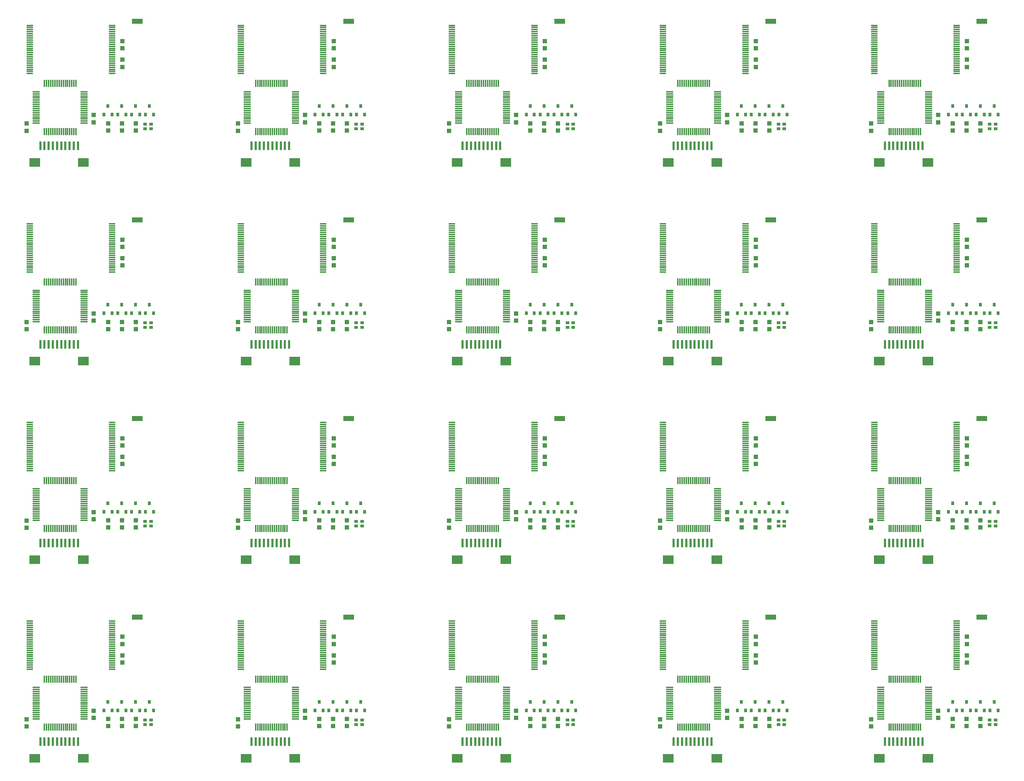
<source format=gbr>
G04 #@! TF.GenerationSoftware,KiCad,Pcbnew,5.1.5+dfsg1-2build2*
G04 #@! TF.CreationDate,2020-09-10T23:56:58-04:00*
G04 #@! TF.ProjectId,Xenium2019-Panel,58656e69-756d-4323-9031-392d50616e65,rev?*
G04 #@! TF.SameCoordinates,Original*
G04 #@! TF.FileFunction,Paste,Top*
G04 #@! TF.FilePolarity,Positive*
%FSLAX46Y46*%
G04 Gerber Fmt 4.6, Leading zero omitted, Abs format (unit mm)*
G04 Created by KiCad (PCBNEW 5.1.5+dfsg1-2build2) date 2020-09-10 23:56:58*
%MOMM*%
%LPD*%
G04 APERTURE LIST*
%ADD10R,1.000000X1.100000*%
%ADD11R,2.540000X1.270000*%
%ADD12R,0.787400X0.889000*%
%ADD13R,1.100000X1.000000*%
%ADD14R,1.636400X0.300000*%
%ADD15R,0.900000X0.650000*%
%ADD16R,2.500000X2.000000*%
%ADD17R,0.600000X2.000000*%
%ADD18R,0.363200X1.788300*%
%ADD19R,1.788300X0.363200*%
G04 APERTURE END LIST*
D10*
X257295265Y-199302361D03*
X257295265Y-197602361D03*
X206895265Y-199302361D03*
X206895265Y-197602361D03*
X156495265Y-199302361D03*
X156495265Y-197602361D03*
X106095265Y-199302361D03*
X106095265Y-197602361D03*
X55695265Y-199302361D03*
X55695265Y-197602361D03*
X257295265Y-151902361D03*
X257295265Y-150202361D03*
X206895265Y-151902361D03*
X206895265Y-150202361D03*
X156495265Y-151902361D03*
X156495265Y-150202361D03*
X106095265Y-151902361D03*
X106095265Y-150202361D03*
D11*
X267709265Y-175211361D03*
X217309265Y-175211361D03*
X166909265Y-175211361D03*
X116509265Y-175211361D03*
X66109265Y-175211361D03*
X267709265Y-127811361D03*
X217309265Y-127811361D03*
X166909265Y-127811361D03*
X116509265Y-127811361D03*
D12*
X260698865Y-195467861D03*
X261664065Y-197499861D03*
X259733665Y-197499861D03*
X210298865Y-195467861D03*
X211264065Y-197499861D03*
X209333665Y-197499861D03*
X159898865Y-195467861D03*
X160864065Y-197499861D03*
X158933665Y-197499861D03*
X109498865Y-195467861D03*
X110464065Y-197499861D03*
X108533665Y-197499861D03*
X59098865Y-195467861D03*
X60064065Y-197499861D03*
X58133665Y-197499861D03*
X260698865Y-148067861D03*
X261664065Y-150099861D03*
X259733665Y-150099861D03*
X210298865Y-148067861D03*
X211264065Y-150099861D03*
X209333665Y-150099861D03*
X159898865Y-148067861D03*
X160864065Y-150099861D03*
X158933665Y-150099861D03*
X109498865Y-148067861D03*
X110464065Y-150099861D03*
X108533665Y-150099861D03*
D13*
X241293265Y-201334361D03*
X241293265Y-199634361D03*
X190893265Y-201334361D03*
X190893265Y-199634361D03*
X140493265Y-201334361D03*
X140493265Y-199634361D03*
X90093265Y-201334361D03*
X90093265Y-199634361D03*
X39693265Y-201334361D03*
X39693265Y-199634361D03*
X241293265Y-153934361D03*
X241293265Y-152234361D03*
X190893265Y-153934361D03*
X190893265Y-152234361D03*
X140493265Y-153934361D03*
X140493265Y-152234361D03*
X90093265Y-153934361D03*
X90093265Y-152234361D03*
X264026265Y-199570861D03*
X264026265Y-201270861D03*
X213626265Y-199570861D03*
X213626265Y-201270861D03*
X163226265Y-199570861D03*
X163226265Y-201270861D03*
X112826265Y-199570861D03*
X112826265Y-201270861D03*
X62426265Y-199570861D03*
X62426265Y-201270861D03*
X264026265Y-152170861D03*
X264026265Y-153870861D03*
X213626265Y-152170861D03*
X213626265Y-153870861D03*
X163226265Y-152170861D03*
X163226265Y-153870861D03*
X112826265Y-152170861D03*
X112826265Y-153870861D03*
D12*
X267302865Y-195467861D03*
X268268065Y-197499861D03*
X266337665Y-197499861D03*
X216902865Y-195467861D03*
X217868065Y-197499861D03*
X215937665Y-197499861D03*
X166502865Y-195467861D03*
X167468065Y-197499861D03*
X165537665Y-197499861D03*
X116102865Y-195467861D03*
X117068065Y-197499861D03*
X115137665Y-197499861D03*
X65702865Y-195467861D03*
X66668065Y-197499861D03*
X64737665Y-197499861D03*
X267302865Y-148067861D03*
X268268065Y-150099861D03*
X266337665Y-150099861D03*
X216902865Y-148067861D03*
X217868065Y-150099861D03*
X215937665Y-150099861D03*
X166502865Y-148067861D03*
X167468065Y-150099861D03*
X165537665Y-150099861D03*
X116102865Y-148067861D03*
X117068065Y-150099861D03*
X115137665Y-150099861D03*
D14*
X261673665Y-176192361D03*
X261673665Y-176692361D03*
X261673665Y-177192361D03*
X261673665Y-177692361D03*
X261673665Y-178192361D03*
X261673665Y-178692361D03*
X261673665Y-179192361D03*
X261673665Y-179692361D03*
X261673665Y-180192361D03*
X261673665Y-180692361D03*
X261673665Y-181192361D03*
X261673665Y-181692361D03*
X261673665Y-182192361D03*
X261673665Y-182692361D03*
X261673665Y-183192361D03*
X261673665Y-183692361D03*
X261673665Y-184192361D03*
X261673665Y-184692361D03*
X261673665Y-185192361D03*
X261673665Y-185692361D03*
X261673665Y-186192361D03*
X261673665Y-186692361D03*
X261673665Y-187192361D03*
X261673665Y-187692361D03*
X241994865Y-187692361D03*
X241994865Y-187192361D03*
X241994865Y-186692361D03*
X241994865Y-186192361D03*
X241994865Y-185692361D03*
X241994865Y-185192361D03*
X241994865Y-184692361D03*
X241994865Y-184192361D03*
X241994865Y-183692361D03*
X241994865Y-183192361D03*
X241994865Y-182692361D03*
X241994865Y-182192361D03*
X241994865Y-181692361D03*
X241994865Y-181192361D03*
X241994865Y-180692361D03*
X241994865Y-180192361D03*
X241994865Y-179692361D03*
X241994865Y-179192361D03*
X241994865Y-178692361D03*
X241994865Y-178192361D03*
X241994865Y-177692361D03*
X241994865Y-177192361D03*
X241994865Y-176692361D03*
X241994865Y-176192361D03*
X211273665Y-176192361D03*
X211273665Y-176692361D03*
X211273665Y-177192361D03*
X211273665Y-177692361D03*
X211273665Y-178192361D03*
X211273665Y-178692361D03*
X211273665Y-179192361D03*
X211273665Y-179692361D03*
X211273665Y-180192361D03*
X211273665Y-180692361D03*
X211273665Y-181192361D03*
X211273665Y-181692361D03*
X211273665Y-182192361D03*
X211273665Y-182692361D03*
X211273665Y-183192361D03*
X211273665Y-183692361D03*
X211273665Y-184192361D03*
X211273665Y-184692361D03*
X211273665Y-185192361D03*
X211273665Y-185692361D03*
X211273665Y-186192361D03*
X211273665Y-186692361D03*
X211273665Y-187192361D03*
X211273665Y-187692361D03*
X191594865Y-187692361D03*
X191594865Y-187192361D03*
X191594865Y-186692361D03*
X191594865Y-186192361D03*
X191594865Y-185692361D03*
X191594865Y-185192361D03*
X191594865Y-184692361D03*
X191594865Y-184192361D03*
X191594865Y-183692361D03*
X191594865Y-183192361D03*
X191594865Y-182692361D03*
X191594865Y-182192361D03*
X191594865Y-181692361D03*
X191594865Y-181192361D03*
X191594865Y-180692361D03*
X191594865Y-180192361D03*
X191594865Y-179692361D03*
X191594865Y-179192361D03*
X191594865Y-178692361D03*
X191594865Y-178192361D03*
X191594865Y-177692361D03*
X191594865Y-177192361D03*
X191594865Y-176692361D03*
X191594865Y-176192361D03*
X160873665Y-176192361D03*
X160873665Y-176692361D03*
X160873665Y-177192361D03*
X160873665Y-177692361D03*
X160873665Y-178192361D03*
X160873665Y-178692361D03*
X160873665Y-179192361D03*
X160873665Y-179692361D03*
X160873665Y-180192361D03*
X160873665Y-180692361D03*
X160873665Y-181192361D03*
X160873665Y-181692361D03*
X160873665Y-182192361D03*
X160873665Y-182692361D03*
X160873665Y-183192361D03*
X160873665Y-183692361D03*
X160873665Y-184192361D03*
X160873665Y-184692361D03*
X160873665Y-185192361D03*
X160873665Y-185692361D03*
X160873665Y-186192361D03*
X160873665Y-186692361D03*
X160873665Y-187192361D03*
X160873665Y-187692361D03*
X141194865Y-187692361D03*
X141194865Y-187192361D03*
X141194865Y-186692361D03*
X141194865Y-186192361D03*
X141194865Y-185692361D03*
X141194865Y-185192361D03*
X141194865Y-184692361D03*
X141194865Y-184192361D03*
X141194865Y-183692361D03*
X141194865Y-183192361D03*
X141194865Y-182692361D03*
X141194865Y-182192361D03*
X141194865Y-181692361D03*
X141194865Y-181192361D03*
X141194865Y-180692361D03*
X141194865Y-180192361D03*
X141194865Y-179692361D03*
X141194865Y-179192361D03*
X141194865Y-178692361D03*
X141194865Y-178192361D03*
X141194865Y-177692361D03*
X141194865Y-177192361D03*
X141194865Y-176692361D03*
X141194865Y-176192361D03*
X110473665Y-176192361D03*
X110473665Y-176692361D03*
X110473665Y-177192361D03*
X110473665Y-177692361D03*
X110473665Y-178192361D03*
X110473665Y-178692361D03*
X110473665Y-179192361D03*
X110473665Y-179692361D03*
X110473665Y-180192361D03*
X110473665Y-180692361D03*
X110473665Y-181192361D03*
X110473665Y-181692361D03*
X110473665Y-182192361D03*
X110473665Y-182692361D03*
X110473665Y-183192361D03*
X110473665Y-183692361D03*
X110473665Y-184192361D03*
X110473665Y-184692361D03*
X110473665Y-185192361D03*
X110473665Y-185692361D03*
X110473665Y-186192361D03*
X110473665Y-186692361D03*
X110473665Y-187192361D03*
X110473665Y-187692361D03*
X90794865Y-187692361D03*
X90794865Y-187192361D03*
X90794865Y-186692361D03*
X90794865Y-186192361D03*
X90794865Y-185692361D03*
X90794865Y-185192361D03*
X90794865Y-184692361D03*
X90794865Y-184192361D03*
X90794865Y-183692361D03*
X90794865Y-183192361D03*
X90794865Y-182692361D03*
X90794865Y-182192361D03*
X90794865Y-181692361D03*
X90794865Y-181192361D03*
X90794865Y-180692361D03*
X90794865Y-180192361D03*
X90794865Y-179692361D03*
X90794865Y-179192361D03*
X90794865Y-178692361D03*
X90794865Y-178192361D03*
X90794865Y-177692361D03*
X90794865Y-177192361D03*
X90794865Y-176692361D03*
X90794865Y-176192361D03*
X60073665Y-176192361D03*
X60073665Y-176692361D03*
X60073665Y-177192361D03*
X60073665Y-177692361D03*
X60073665Y-178192361D03*
X60073665Y-178692361D03*
X60073665Y-179192361D03*
X60073665Y-179692361D03*
X60073665Y-180192361D03*
X60073665Y-180692361D03*
X60073665Y-181192361D03*
X60073665Y-181692361D03*
X60073665Y-182192361D03*
X60073665Y-182692361D03*
X60073665Y-183192361D03*
X60073665Y-183692361D03*
X60073665Y-184192361D03*
X60073665Y-184692361D03*
X60073665Y-185192361D03*
X60073665Y-185692361D03*
X60073665Y-186192361D03*
X60073665Y-186692361D03*
X60073665Y-187192361D03*
X60073665Y-187692361D03*
X40394865Y-187692361D03*
X40394865Y-187192361D03*
X40394865Y-186692361D03*
X40394865Y-186192361D03*
X40394865Y-185692361D03*
X40394865Y-185192361D03*
X40394865Y-184692361D03*
X40394865Y-184192361D03*
X40394865Y-183692361D03*
X40394865Y-183192361D03*
X40394865Y-182692361D03*
X40394865Y-182192361D03*
X40394865Y-181692361D03*
X40394865Y-181192361D03*
X40394865Y-180692361D03*
X40394865Y-180192361D03*
X40394865Y-179692361D03*
X40394865Y-179192361D03*
X40394865Y-178692361D03*
X40394865Y-178192361D03*
X40394865Y-177692361D03*
X40394865Y-177192361D03*
X40394865Y-176692361D03*
X40394865Y-176192361D03*
X261673665Y-128792361D03*
X261673665Y-129292361D03*
X261673665Y-129792361D03*
X261673665Y-130292361D03*
X261673665Y-130792361D03*
X261673665Y-131292361D03*
X261673665Y-131792361D03*
X261673665Y-132292361D03*
X261673665Y-132792361D03*
X261673665Y-133292361D03*
X261673665Y-133792361D03*
X261673665Y-134292361D03*
X261673665Y-134792361D03*
X261673665Y-135292361D03*
X261673665Y-135792361D03*
X261673665Y-136292361D03*
X261673665Y-136792361D03*
X261673665Y-137292361D03*
X261673665Y-137792361D03*
X261673665Y-138292361D03*
X261673665Y-138792361D03*
X261673665Y-139292361D03*
X261673665Y-139792361D03*
X261673665Y-140292361D03*
X241994865Y-140292361D03*
X241994865Y-139792361D03*
X241994865Y-139292361D03*
X241994865Y-138792361D03*
X241994865Y-138292361D03*
X241994865Y-137792361D03*
X241994865Y-137292361D03*
X241994865Y-136792361D03*
X241994865Y-136292361D03*
X241994865Y-135792361D03*
X241994865Y-135292361D03*
X241994865Y-134792361D03*
X241994865Y-134292361D03*
X241994865Y-133792361D03*
X241994865Y-133292361D03*
X241994865Y-132792361D03*
X241994865Y-132292361D03*
X241994865Y-131792361D03*
X241994865Y-131292361D03*
X241994865Y-130792361D03*
X241994865Y-130292361D03*
X241994865Y-129792361D03*
X241994865Y-129292361D03*
X241994865Y-128792361D03*
X211273665Y-128792361D03*
X211273665Y-129292361D03*
X211273665Y-129792361D03*
X211273665Y-130292361D03*
X211273665Y-130792361D03*
X211273665Y-131292361D03*
X211273665Y-131792361D03*
X211273665Y-132292361D03*
X211273665Y-132792361D03*
X211273665Y-133292361D03*
X211273665Y-133792361D03*
X211273665Y-134292361D03*
X211273665Y-134792361D03*
X211273665Y-135292361D03*
X211273665Y-135792361D03*
X211273665Y-136292361D03*
X211273665Y-136792361D03*
X211273665Y-137292361D03*
X211273665Y-137792361D03*
X211273665Y-138292361D03*
X211273665Y-138792361D03*
X211273665Y-139292361D03*
X211273665Y-139792361D03*
X211273665Y-140292361D03*
X191594865Y-140292361D03*
X191594865Y-139792361D03*
X191594865Y-139292361D03*
X191594865Y-138792361D03*
X191594865Y-138292361D03*
X191594865Y-137792361D03*
X191594865Y-137292361D03*
X191594865Y-136792361D03*
X191594865Y-136292361D03*
X191594865Y-135792361D03*
X191594865Y-135292361D03*
X191594865Y-134792361D03*
X191594865Y-134292361D03*
X191594865Y-133792361D03*
X191594865Y-133292361D03*
X191594865Y-132792361D03*
X191594865Y-132292361D03*
X191594865Y-131792361D03*
X191594865Y-131292361D03*
X191594865Y-130792361D03*
X191594865Y-130292361D03*
X191594865Y-129792361D03*
X191594865Y-129292361D03*
X191594865Y-128792361D03*
X160873665Y-128792361D03*
X160873665Y-129292361D03*
X160873665Y-129792361D03*
X160873665Y-130292361D03*
X160873665Y-130792361D03*
X160873665Y-131292361D03*
X160873665Y-131792361D03*
X160873665Y-132292361D03*
X160873665Y-132792361D03*
X160873665Y-133292361D03*
X160873665Y-133792361D03*
X160873665Y-134292361D03*
X160873665Y-134792361D03*
X160873665Y-135292361D03*
X160873665Y-135792361D03*
X160873665Y-136292361D03*
X160873665Y-136792361D03*
X160873665Y-137292361D03*
X160873665Y-137792361D03*
X160873665Y-138292361D03*
X160873665Y-138792361D03*
X160873665Y-139292361D03*
X160873665Y-139792361D03*
X160873665Y-140292361D03*
X141194865Y-140292361D03*
X141194865Y-139792361D03*
X141194865Y-139292361D03*
X141194865Y-138792361D03*
X141194865Y-138292361D03*
X141194865Y-137792361D03*
X141194865Y-137292361D03*
X141194865Y-136792361D03*
X141194865Y-136292361D03*
X141194865Y-135792361D03*
X141194865Y-135292361D03*
X141194865Y-134792361D03*
X141194865Y-134292361D03*
X141194865Y-133792361D03*
X141194865Y-133292361D03*
X141194865Y-132792361D03*
X141194865Y-132292361D03*
X141194865Y-131792361D03*
X141194865Y-131292361D03*
X141194865Y-130792361D03*
X141194865Y-130292361D03*
X141194865Y-129792361D03*
X141194865Y-129292361D03*
X141194865Y-128792361D03*
X110473665Y-128792361D03*
X110473665Y-129292361D03*
X110473665Y-129792361D03*
X110473665Y-130292361D03*
X110473665Y-130792361D03*
X110473665Y-131292361D03*
X110473665Y-131792361D03*
X110473665Y-132292361D03*
X110473665Y-132792361D03*
X110473665Y-133292361D03*
X110473665Y-133792361D03*
X110473665Y-134292361D03*
X110473665Y-134792361D03*
X110473665Y-135292361D03*
X110473665Y-135792361D03*
X110473665Y-136292361D03*
X110473665Y-136792361D03*
X110473665Y-137292361D03*
X110473665Y-137792361D03*
X110473665Y-138292361D03*
X110473665Y-138792361D03*
X110473665Y-139292361D03*
X110473665Y-139792361D03*
X110473665Y-140292361D03*
X90794865Y-140292361D03*
X90794865Y-139792361D03*
X90794865Y-139292361D03*
X90794865Y-138792361D03*
X90794865Y-138292361D03*
X90794865Y-137792361D03*
X90794865Y-137292361D03*
X90794865Y-136792361D03*
X90794865Y-136292361D03*
X90794865Y-135792361D03*
X90794865Y-135292361D03*
X90794865Y-134792361D03*
X90794865Y-134292361D03*
X90794865Y-133792361D03*
X90794865Y-133292361D03*
X90794865Y-132792361D03*
X90794865Y-132292361D03*
X90794865Y-131792361D03*
X90794865Y-131292361D03*
X90794865Y-130792361D03*
X90794865Y-130292361D03*
X90794865Y-129792361D03*
X90794865Y-129292361D03*
X90794865Y-128792361D03*
D12*
X270604865Y-195467861D03*
X271570065Y-197499861D03*
X269639665Y-197499861D03*
X220204865Y-195467861D03*
X221170065Y-197499861D03*
X219239665Y-197499861D03*
X169804865Y-195467861D03*
X170770065Y-197499861D03*
X168839665Y-197499861D03*
X119404865Y-195467861D03*
X120370065Y-197499861D03*
X118439665Y-197499861D03*
X69004865Y-195467861D03*
X69970065Y-197499861D03*
X68039665Y-197499861D03*
X270604865Y-148067861D03*
X271570065Y-150099861D03*
X269639665Y-150099861D03*
X220204865Y-148067861D03*
X221170065Y-150099861D03*
X219239665Y-150099861D03*
X169804865Y-148067861D03*
X170770065Y-150099861D03*
X168839665Y-150099861D03*
X119404865Y-148067861D03*
X120370065Y-150099861D03*
X118439665Y-150099861D03*
D15*
X270949265Y-199807361D03*
X269549265Y-199807361D03*
X270949265Y-200907361D03*
X269549265Y-200907361D03*
X220549265Y-199807361D03*
X219149265Y-199807361D03*
X220549265Y-200907361D03*
X219149265Y-200907361D03*
X170149265Y-199807361D03*
X168749265Y-199807361D03*
X170149265Y-200907361D03*
X168749265Y-200907361D03*
X119749265Y-199807361D03*
X118349265Y-199807361D03*
X119749265Y-200907361D03*
X118349265Y-200907361D03*
X69349265Y-199807361D03*
X67949265Y-199807361D03*
X69349265Y-200907361D03*
X67949265Y-200907361D03*
X270949265Y-152407361D03*
X269549265Y-152407361D03*
X270949265Y-153507361D03*
X269549265Y-153507361D03*
X220549265Y-152407361D03*
X219149265Y-152407361D03*
X220549265Y-153507361D03*
X219149265Y-153507361D03*
X170149265Y-152407361D03*
X168749265Y-152407361D03*
X170149265Y-153507361D03*
X168749265Y-153507361D03*
X119749265Y-152407361D03*
X118349265Y-152407361D03*
X119749265Y-153507361D03*
X118349265Y-153507361D03*
D10*
X264153265Y-186094361D03*
X264153265Y-184394361D03*
X213753265Y-186094361D03*
X213753265Y-184394361D03*
X163353265Y-186094361D03*
X163353265Y-184394361D03*
X112953265Y-186094361D03*
X112953265Y-184394361D03*
X62553265Y-186094361D03*
X62553265Y-184394361D03*
X264153265Y-138694361D03*
X264153265Y-136994361D03*
X213753265Y-138694361D03*
X213753265Y-136994361D03*
X163353265Y-138694361D03*
X163353265Y-136994361D03*
X112953265Y-138694361D03*
X112953265Y-136994361D03*
D13*
X267328265Y-199570861D03*
X267328265Y-201270861D03*
X216928265Y-199570861D03*
X216928265Y-201270861D03*
X166528265Y-199570861D03*
X166528265Y-201270861D03*
X116128265Y-199570861D03*
X116128265Y-201270861D03*
X65728265Y-199570861D03*
X65728265Y-201270861D03*
X267328265Y-152170861D03*
X267328265Y-153870861D03*
X216928265Y-152170861D03*
X216928265Y-153870861D03*
X166528265Y-152170861D03*
X166528265Y-153870861D03*
X116128265Y-152170861D03*
X116128265Y-153870861D03*
D10*
X264153265Y-179949361D03*
X264153265Y-181649361D03*
X213753265Y-179949361D03*
X213753265Y-181649361D03*
X163353265Y-179949361D03*
X163353265Y-181649361D03*
X112953265Y-179949361D03*
X112953265Y-181649361D03*
X62553265Y-179949361D03*
X62553265Y-181649361D03*
X264153265Y-132549361D03*
X264153265Y-134249361D03*
X213753265Y-132549361D03*
X213753265Y-134249361D03*
X163353265Y-132549361D03*
X163353265Y-134249361D03*
X112953265Y-132549361D03*
X112953265Y-134249361D03*
D16*
X243240265Y-208929361D03*
X254840265Y-208929361D03*
D17*
X253540265Y-204929361D03*
X252540265Y-204929361D03*
X251540265Y-204929361D03*
X250540265Y-204929361D03*
X249540265Y-204929361D03*
X248540265Y-204929361D03*
X247540265Y-204929361D03*
X246540265Y-204929361D03*
X245540265Y-204929361D03*
X244540265Y-204929361D03*
D16*
X192840265Y-208929361D03*
X204440265Y-208929361D03*
D17*
X203140265Y-204929361D03*
X202140265Y-204929361D03*
X201140265Y-204929361D03*
X200140265Y-204929361D03*
X199140265Y-204929361D03*
X198140265Y-204929361D03*
X197140265Y-204929361D03*
X196140265Y-204929361D03*
X195140265Y-204929361D03*
X194140265Y-204929361D03*
D16*
X142440265Y-208929361D03*
X154040265Y-208929361D03*
D17*
X152740265Y-204929361D03*
X151740265Y-204929361D03*
X150740265Y-204929361D03*
X149740265Y-204929361D03*
X148740265Y-204929361D03*
X147740265Y-204929361D03*
X146740265Y-204929361D03*
X145740265Y-204929361D03*
X144740265Y-204929361D03*
X143740265Y-204929361D03*
D16*
X92040265Y-208929361D03*
X103640265Y-208929361D03*
D17*
X102340265Y-204929361D03*
X101340265Y-204929361D03*
X100340265Y-204929361D03*
X99340265Y-204929361D03*
X98340265Y-204929361D03*
X97340265Y-204929361D03*
X96340265Y-204929361D03*
X95340265Y-204929361D03*
X94340265Y-204929361D03*
X93340265Y-204929361D03*
D16*
X41640265Y-208929361D03*
X53240265Y-208929361D03*
D17*
X51940265Y-204929361D03*
X50940265Y-204929361D03*
X49940265Y-204929361D03*
X48940265Y-204929361D03*
X47940265Y-204929361D03*
X46940265Y-204929361D03*
X45940265Y-204929361D03*
X44940265Y-204929361D03*
X43940265Y-204929361D03*
X42940265Y-204929361D03*
D16*
X243240265Y-161529361D03*
X254840265Y-161529361D03*
D17*
X253540265Y-157529361D03*
X252540265Y-157529361D03*
X251540265Y-157529361D03*
X250540265Y-157529361D03*
X249540265Y-157529361D03*
X248540265Y-157529361D03*
X247540265Y-157529361D03*
X246540265Y-157529361D03*
X245540265Y-157529361D03*
X244540265Y-157529361D03*
D16*
X192840265Y-161529361D03*
X204440265Y-161529361D03*
D17*
X203140265Y-157529361D03*
X202140265Y-157529361D03*
X201140265Y-157529361D03*
X200140265Y-157529361D03*
X199140265Y-157529361D03*
X198140265Y-157529361D03*
X197140265Y-157529361D03*
X196140265Y-157529361D03*
X195140265Y-157529361D03*
X194140265Y-157529361D03*
D16*
X142440265Y-161529361D03*
X154040265Y-161529361D03*
D17*
X152740265Y-157529361D03*
X151740265Y-157529361D03*
X150740265Y-157529361D03*
X149740265Y-157529361D03*
X148740265Y-157529361D03*
X147740265Y-157529361D03*
X146740265Y-157529361D03*
X145740265Y-157529361D03*
X144740265Y-157529361D03*
X143740265Y-157529361D03*
D16*
X92040265Y-161529361D03*
X103640265Y-161529361D03*
D17*
X102340265Y-157529361D03*
X101340265Y-157529361D03*
X100340265Y-157529361D03*
X99340265Y-157529361D03*
X98340265Y-157529361D03*
X97340265Y-157529361D03*
X96340265Y-157529361D03*
X95340265Y-157529361D03*
X94340265Y-157529361D03*
X93340265Y-157529361D03*
D13*
X260724265Y-199570861D03*
X260724265Y-201270861D03*
X210324265Y-199570861D03*
X210324265Y-201270861D03*
X159924265Y-199570861D03*
X159924265Y-201270861D03*
X109524265Y-199570861D03*
X109524265Y-201270861D03*
X59124265Y-199570861D03*
X59124265Y-201270861D03*
X260724265Y-152170861D03*
X260724265Y-153870861D03*
X210324265Y-152170861D03*
X210324265Y-153870861D03*
X159924265Y-152170861D03*
X159924265Y-153870861D03*
X109524265Y-152170861D03*
X109524265Y-153870861D03*
D12*
X264000865Y-195467861D03*
X264966065Y-197499861D03*
X263035665Y-197499861D03*
X213600865Y-195467861D03*
X214566065Y-197499861D03*
X212635665Y-197499861D03*
X163200865Y-195467861D03*
X164166065Y-197499861D03*
X162235665Y-197499861D03*
X112800865Y-195467861D03*
X113766065Y-197499861D03*
X111835665Y-197499861D03*
X62400865Y-195467861D03*
X63366065Y-197499861D03*
X61435665Y-197499861D03*
X264000865Y-148067861D03*
X264966065Y-150099861D03*
X263035665Y-150099861D03*
X213600865Y-148067861D03*
X214566065Y-150099861D03*
X212635665Y-150099861D03*
X163200865Y-148067861D03*
X164166065Y-150099861D03*
X162235665Y-150099861D03*
X112800865Y-148067861D03*
X113766065Y-150099861D03*
X111835665Y-150099861D03*
D18*
X245544265Y-190058761D03*
X246044265Y-190058761D03*
X246544265Y-190058761D03*
X247044265Y-190058761D03*
X247544265Y-190058761D03*
X248044265Y-190058761D03*
X248544265Y-190058761D03*
X249044265Y-190058761D03*
X249544265Y-190058761D03*
X250044265Y-190058761D03*
X250544265Y-190058761D03*
X251044265Y-190058761D03*
X251544265Y-190058761D03*
X252044265Y-190058761D03*
X252544265Y-190058761D03*
X253044265Y-190058761D03*
D19*
X255020865Y-192035361D03*
X255020865Y-192535361D03*
X255020865Y-193035361D03*
X255020865Y-193535361D03*
X255020865Y-194035361D03*
X255020865Y-194535361D03*
X255020865Y-195035361D03*
X255020865Y-195535361D03*
X255020865Y-196035361D03*
X255020865Y-196535361D03*
X255020865Y-197035361D03*
X255020865Y-197535361D03*
X255020865Y-198035361D03*
X255020865Y-198535361D03*
X255020865Y-199035361D03*
X255020865Y-199535361D03*
D18*
X253044265Y-201511961D03*
X252544265Y-201511961D03*
X252044265Y-201511961D03*
X251544265Y-201511961D03*
X251044265Y-201511961D03*
X250544265Y-201511961D03*
X250044265Y-201511961D03*
X249544265Y-201511961D03*
X249044265Y-201511961D03*
X248544265Y-201511961D03*
X248044265Y-201511961D03*
X247544265Y-201511961D03*
X247044265Y-201511961D03*
X246544265Y-201511961D03*
X246044265Y-201511961D03*
X245544265Y-201511961D03*
D19*
X243567665Y-199535361D03*
X243567665Y-199035361D03*
X243567665Y-198535361D03*
X243567665Y-198035361D03*
X243567665Y-197535361D03*
X243567665Y-197035361D03*
X243567665Y-196535361D03*
X243567665Y-196035361D03*
X243567665Y-195535361D03*
X243567665Y-195035361D03*
X243567665Y-194535361D03*
X243567665Y-194035361D03*
X243567665Y-193535361D03*
X243567665Y-193035361D03*
X243567665Y-192535361D03*
X243567665Y-192035361D03*
D18*
X195144265Y-190058761D03*
X195644265Y-190058761D03*
X196144265Y-190058761D03*
X196644265Y-190058761D03*
X197144265Y-190058761D03*
X197644265Y-190058761D03*
X198144265Y-190058761D03*
X198644265Y-190058761D03*
X199144265Y-190058761D03*
X199644265Y-190058761D03*
X200144265Y-190058761D03*
X200644265Y-190058761D03*
X201144265Y-190058761D03*
X201644265Y-190058761D03*
X202144265Y-190058761D03*
X202644265Y-190058761D03*
D19*
X204620865Y-192035361D03*
X204620865Y-192535361D03*
X204620865Y-193035361D03*
X204620865Y-193535361D03*
X204620865Y-194035361D03*
X204620865Y-194535361D03*
X204620865Y-195035361D03*
X204620865Y-195535361D03*
X204620865Y-196035361D03*
X204620865Y-196535361D03*
X204620865Y-197035361D03*
X204620865Y-197535361D03*
X204620865Y-198035361D03*
X204620865Y-198535361D03*
X204620865Y-199035361D03*
X204620865Y-199535361D03*
D18*
X202644265Y-201511961D03*
X202144265Y-201511961D03*
X201644265Y-201511961D03*
X201144265Y-201511961D03*
X200644265Y-201511961D03*
X200144265Y-201511961D03*
X199644265Y-201511961D03*
X199144265Y-201511961D03*
X198644265Y-201511961D03*
X198144265Y-201511961D03*
X197644265Y-201511961D03*
X197144265Y-201511961D03*
X196644265Y-201511961D03*
X196144265Y-201511961D03*
X195644265Y-201511961D03*
X195144265Y-201511961D03*
D19*
X193167665Y-199535361D03*
X193167665Y-199035361D03*
X193167665Y-198535361D03*
X193167665Y-198035361D03*
X193167665Y-197535361D03*
X193167665Y-197035361D03*
X193167665Y-196535361D03*
X193167665Y-196035361D03*
X193167665Y-195535361D03*
X193167665Y-195035361D03*
X193167665Y-194535361D03*
X193167665Y-194035361D03*
X193167665Y-193535361D03*
X193167665Y-193035361D03*
X193167665Y-192535361D03*
X193167665Y-192035361D03*
D18*
X144744265Y-190058761D03*
X145244265Y-190058761D03*
X145744265Y-190058761D03*
X146244265Y-190058761D03*
X146744265Y-190058761D03*
X147244265Y-190058761D03*
X147744265Y-190058761D03*
X148244265Y-190058761D03*
X148744265Y-190058761D03*
X149244265Y-190058761D03*
X149744265Y-190058761D03*
X150244265Y-190058761D03*
X150744265Y-190058761D03*
X151244265Y-190058761D03*
X151744265Y-190058761D03*
X152244265Y-190058761D03*
D19*
X154220865Y-192035361D03*
X154220865Y-192535361D03*
X154220865Y-193035361D03*
X154220865Y-193535361D03*
X154220865Y-194035361D03*
X154220865Y-194535361D03*
X154220865Y-195035361D03*
X154220865Y-195535361D03*
X154220865Y-196035361D03*
X154220865Y-196535361D03*
X154220865Y-197035361D03*
X154220865Y-197535361D03*
X154220865Y-198035361D03*
X154220865Y-198535361D03*
X154220865Y-199035361D03*
X154220865Y-199535361D03*
D18*
X152244265Y-201511961D03*
X151744265Y-201511961D03*
X151244265Y-201511961D03*
X150744265Y-201511961D03*
X150244265Y-201511961D03*
X149744265Y-201511961D03*
X149244265Y-201511961D03*
X148744265Y-201511961D03*
X148244265Y-201511961D03*
X147744265Y-201511961D03*
X147244265Y-201511961D03*
X146744265Y-201511961D03*
X146244265Y-201511961D03*
X145744265Y-201511961D03*
X145244265Y-201511961D03*
X144744265Y-201511961D03*
D19*
X142767665Y-199535361D03*
X142767665Y-199035361D03*
X142767665Y-198535361D03*
X142767665Y-198035361D03*
X142767665Y-197535361D03*
X142767665Y-197035361D03*
X142767665Y-196535361D03*
X142767665Y-196035361D03*
X142767665Y-195535361D03*
X142767665Y-195035361D03*
X142767665Y-194535361D03*
X142767665Y-194035361D03*
X142767665Y-193535361D03*
X142767665Y-193035361D03*
X142767665Y-192535361D03*
X142767665Y-192035361D03*
D18*
X94344265Y-190058761D03*
X94844265Y-190058761D03*
X95344265Y-190058761D03*
X95844265Y-190058761D03*
X96344265Y-190058761D03*
X96844265Y-190058761D03*
X97344265Y-190058761D03*
X97844265Y-190058761D03*
X98344265Y-190058761D03*
X98844265Y-190058761D03*
X99344265Y-190058761D03*
X99844265Y-190058761D03*
X100344265Y-190058761D03*
X100844265Y-190058761D03*
X101344265Y-190058761D03*
X101844265Y-190058761D03*
D19*
X103820865Y-192035361D03*
X103820865Y-192535361D03*
X103820865Y-193035361D03*
X103820865Y-193535361D03*
X103820865Y-194035361D03*
X103820865Y-194535361D03*
X103820865Y-195035361D03*
X103820865Y-195535361D03*
X103820865Y-196035361D03*
X103820865Y-196535361D03*
X103820865Y-197035361D03*
X103820865Y-197535361D03*
X103820865Y-198035361D03*
X103820865Y-198535361D03*
X103820865Y-199035361D03*
X103820865Y-199535361D03*
D18*
X101844265Y-201511961D03*
X101344265Y-201511961D03*
X100844265Y-201511961D03*
X100344265Y-201511961D03*
X99844265Y-201511961D03*
X99344265Y-201511961D03*
X98844265Y-201511961D03*
X98344265Y-201511961D03*
X97844265Y-201511961D03*
X97344265Y-201511961D03*
X96844265Y-201511961D03*
X96344265Y-201511961D03*
X95844265Y-201511961D03*
X95344265Y-201511961D03*
X94844265Y-201511961D03*
X94344265Y-201511961D03*
D19*
X92367665Y-199535361D03*
X92367665Y-199035361D03*
X92367665Y-198535361D03*
X92367665Y-198035361D03*
X92367665Y-197535361D03*
X92367665Y-197035361D03*
X92367665Y-196535361D03*
X92367665Y-196035361D03*
X92367665Y-195535361D03*
X92367665Y-195035361D03*
X92367665Y-194535361D03*
X92367665Y-194035361D03*
X92367665Y-193535361D03*
X92367665Y-193035361D03*
X92367665Y-192535361D03*
X92367665Y-192035361D03*
D18*
X43944265Y-190058761D03*
X44444265Y-190058761D03*
X44944265Y-190058761D03*
X45444265Y-190058761D03*
X45944265Y-190058761D03*
X46444265Y-190058761D03*
X46944265Y-190058761D03*
X47444265Y-190058761D03*
X47944265Y-190058761D03*
X48444265Y-190058761D03*
X48944265Y-190058761D03*
X49444265Y-190058761D03*
X49944265Y-190058761D03*
X50444265Y-190058761D03*
X50944265Y-190058761D03*
X51444265Y-190058761D03*
D19*
X53420865Y-192035361D03*
X53420865Y-192535361D03*
X53420865Y-193035361D03*
X53420865Y-193535361D03*
X53420865Y-194035361D03*
X53420865Y-194535361D03*
X53420865Y-195035361D03*
X53420865Y-195535361D03*
X53420865Y-196035361D03*
X53420865Y-196535361D03*
X53420865Y-197035361D03*
X53420865Y-197535361D03*
X53420865Y-198035361D03*
X53420865Y-198535361D03*
X53420865Y-199035361D03*
X53420865Y-199535361D03*
D18*
X51444265Y-201511961D03*
X50944265Y-201511961D03*
X50444265Y-201511961D03*
X49944265Y-201511961D03*
X49444265Y-201511961D03*
X48944265Y-201511961D03*
X48444265Y-201511961D03*
X47944265Y-201511961D03*
X47444265Y-201511961D03*
X46944265Y-201511961D03*
X46444265Y-201511961D03*
X45944265Y-201511961D03*
X45444265Y-201511961D03*
X44944265Y-201511961D03*
X44444265Y-201511961D03*
X43944265Y-201511961D03*
D19*
X41967665Y-199535361D03*
X41967665Y-199035361D03*
X41967665Y-198535361D03*
X41967665Y-198035361D03*
X41967665Y-197535361D03*
X41967665Y-197035361D03*
X41967665Y-196535361D03*
X41967665Y-196035361D03*
X41967665Y-195535361D03*
X41967665Y-195035361D03*
X41967665Y-194535361D03*
X41967665Y-194035361D03*
X41967665Y-193535361D03*
X41967665Y-193035361D03*
X41967665Y-192535361D03*
X41967665Y-192035361D03*
D18*
X245544265Y-142658761D03*
X246044265Y-142658761D03*
X246544265Y-142658761D03*
X247044265Y-142658761D03*
X247544265Y-142658761D03*
X248044265Y-142658761D03*
X248544265Y-142658761D03*
X249044265Y-142658761D03*
X249544265Y-142658761D03*
X250044265Y-142658761D03*
X250544265Y-142658761D03*
X251044265Y-142658761D03*
X251544265Y-142658761D03*
X252044265Y-142658761D03*
X252544265Y-142658761D03*
X253044265Y-142658761D03*
D19*
X255020865Y-144635361D03*
X255020865Y-145135361D03*
X255020865Y-145635361D03*
X255020865Y-146135361D03*
X255020865Y-146635361D03*
X255020865Y-147135361D03*
X255020865Y-147635361D03*
X255020865Y-148135361D03*
X255020865Y-148635361D03*
X255020865Y-149135361D03*
X255020865Y-149635361D03*
X255020865Y-150135361D03*
X255020865Y-150635361D03*
X255020865Y-151135361D03*
X255020865Y-151635361D03*
X255020865Y-152135361D03*
D18*
X253044265Y-154111961D03*
X252544265Y-154111961D03*
X252044265Y-154111961D03*
X251544265Y-154111961D03*
X251044265Y-154111961D03*
X250544265Y-154111961D03*
X250044265Y-154111961D03*
X249544265Y-154111961D03*
X249044265Y-154111961D03*
X248544265Y-154111961D03*
X248044265Y-154111961D03*
X247544265Y-154111961D03*
X247044265Y-154111961D03*
X246544265Y-154111961D03*
X246044265Y-154111961D03*
X245544265Y-154111961D03*
D19*
X243567665Y-152135361D03*
X243567665Y-151635361D03*
X243567665Y-151135361D03*
X243567665Y-150635361D03*
X243567665Y-150135361D03*
X243567665Y-149635361D03*
X243567665Y-149135361D03*
X243567665Y-148635361D03*
X243567665Y-148135361D03*
X243567665Y-147635361D03*
X243567665Y-147135361D03*
X243567665Y-146635361D03*
X243567665Y-146135361D03*
X243567665Y-145635361D03*
X243567665Y-145135361D03*
X243567665Y-144635361D03*
D18*
X195144265Y-142658761D03*
X195644265Y-142658761D03*
X196144265Y-142658761D03*
X196644265Y-142658761D03*
X197144265Y-142658761D03*
X197644265Y-142658761D03*
X198144265Y-142658761D03*
X198644265Y-142658761D03*
X199144265Y-142658761D03*
X199644265Y-142658761D03*
X200144265Y-142658761D03*
X200644265Y-142658761D03*
X201144265Y-142658761D03*
X201644265Y-142658761D03*
X202144265Y-142658761D03*
X202644265Y-142658761D03*
D19*
X204620865Y-144635361D03*
X204620865Y-145135361D03*
X204620865Y-145635361D03*
X204620865Y-146135361D03*
X204620865Y-146635361D03*
X204620865Y-147135361D03*
X204620865Y-147635361D03*
X204620865Y-148135361D03*
X204620865Y-148635361D03*
X204620865Y-149135361D03*
X204620865Y-149635361D03*
X204620865Y-150135361D03*
X204620865Y-150635361D03*
X204620865Y-151135361D03*
X204620865Y-151635361D03*
X204620865Y-152135361D03*
D18*
X202644265Y-154111961D03*
X202144265Y-154111961D03*
X201644265Y-154111961D03*
X201144265Y-154111961D03*
X200644265Y-154111961D03*
X200144265Y-154111961D03*
X199644265Y-154111961D03*
X199144265Y-154111961D03*
X198644265Y-154111961D03*
X198144265Y-154111961D03*
X197644265Y-154111961D03*
X197144265Y-154111961D03*
X196644265Y-154111961D03*
X196144265Y-154111961D03*
X195644265Y-154111961D03*
X195144265Y-154111961D03*
D19*
X193167665Y-152135361D03*
X193167665Y-151635361D03*
X193167665Y-151135361D03*
X193167665Y-150635361D03*
X193167665Y-150135361D03*
X193167665Y-149635361D03*
X193167665Y-149135361D03*
X193167665Y-148635361D03*
X193167665Y-148135361D03*
X193167665Y-147635361D03*
X193167665Y-147135361D03*
X193167665Y-146635361D03*
X193167665Y-146135361D03*
X193167665Y-145635361D03*
X193167665Y-145135361D03*
X193167665Y-144635361D03*
D18*
X144744265Y-142658761D03*
X145244265Y-142658761D03*
X145744265Y-142658761D03*
X146244265Y-142658761D03*
X146744265Y-142658761D03*
X147244265Y-142658761D03*
X147744265Y-142658761D03*
X148244265Y-142658761D03*
X148744265Y-142658761D03*
X149244265Y-142658761D03*
X149744265Y-142658761D03*
X150244265Y-142658761D03*
X150744265Y-142658761D03*
X151244265Y-142658761D03*
X151744265Y-142658761D03*
X152244265Y-142658761D03*
D19*
X154220865Y-144635361D03*
X154220865Y-145135361D03*
X154220865Y-145635361D03*
X154220865Y-146135361D03*
X154220865Y-146635361D03*
X154220865Y-147135361D03*
X154220865Y-147635361D03*
X154220865Y-148135361D03*
X154220865Y-148635361D03*
X154220865Y-149135361D03*
X154220865Y-149635361D03*
X154220865Y-150135361D03*
X154220865Y-150635361D03*
X154220865Y-151135361D03*
X154220865Y-151635361D03*
X154220865Y-152135361D03*
D18*
X152244265Y-154111961D03*
X151744265Y-154111961D03*
X151244265Y-154111961D03*
X150744265Y-154111961D03*
X150244265Y-154111961D03*
X149744265Y-154111961D03*
X149244265Y-154111961D03*
X148744265Y-154111961D03*
X148244265Y-154111961D03*
X147744265Y-154111961D03*
X147244265Y-154111961D03*
X146744265Y-154111961D03*
X146244265Y-154111961D03*
X145744265Y-154111961D03*
X145244265Y-154111961D03*
X144744265Y-154111961D03*
D19*
X142767665Y-152135361D03*
X142767665Y-151635361D03*
X142767665Y-151135361D03*
X142767665Y-150635361D03*
X142767665Y-150135361D03*
X142767665Y-149635361D03*
X142767665Y-149135361D03*
X142767665Y-148635361D03*
X142767665Y-148135361D03*
X142767665Y-147635361D03*
X142767665Y-147135361D03*
X142767665Y-146635361D03*
X142767665Y-146135361D03*
X142767665Y-145635361D03*
X142767665Y-145135361D03*
X142767665Y-144635361D03*
D18*
X94344265Y-142658761D03*
X94844265Y-142658761D03*
X95344265Y-142658761D03*
X95844265Y-142658761D03*
X96344265Y-142658761D03*
X96844265Y-142658761D03*
X97344265Y-142658761D03*
X97844265Y-142658761D03*
X98344265Y-142658761D03*
X98844265Y-142658761D03*
X99344265Y-142658761D03*
X99844265Y-142658761D03*
X100344265Y-142658761D03*
X100844265Y-142658761D03*
X101344265Y-142658761D03*
X101844265Y-142658761D03*
D19*
X103820865Y-144635361D03*
X103820865Y-145135361D03*
X103820865Y-145635361D03*
X103820865Y-146135361D03*
X103820865Y-146635361D03*
X103820865Y-147135361D03*
X103820865Y-147635361D03*
X103820865Y-148135361D03*
X103820865Y-148635361D03*
X103820865Y-149135361D03*
X103820865Y-149635361D03*
X103820865Y-150135361D03*
X103820865Y-150635361D03*
X103820865Y-151135361D03*
X103820865Y-151635361D03*
X103820865Y-152135361D03*
D18*
X101844265Y-154111961D03*
X101344265Y-154111961D03*
X100844265Y-154111961D03*
X100344265Y-154111961D03*
X99844265Y-154111961D03*
X99344265Y-154111961D03*
X98844265Y-154111961D03*
X98344265Y-154111961D03*
X97844265Y-154111961D03*
X97344265Y-154111961D03*
X96844265Y-154111961D03*
X96344265Y-154111961D03*
X95844265Y-154111961D03*
X95344265Y-154111961D03*
X94844265Y-154111961D03*
X94344265Y-154111961D03*
D19*
X92367665Y-152135361D03*
X92367665Y-151635361D03*
X92367665Y-151135361D03*
X92367665Y-150635361D03*
X92367665Y-150135361D03*
X92367665Y-149635361D03*
X92367665Y-149135361D03*
X92367665Y-148635361D03*
X92367665Y-148135361D03*
X92367665Y-147635361D03*
X92367665Y-147135361D03*
X92367665Y-146635361D03*
X92367665Y-146135361D03*
X92367665Y-145635361D03*
X92367665Y-145135361D03*
X92367665Y-144635361D03*
X41967665Y-144635361D03*
X41967665Y-145135361D03*
X41967665Y-145635361D03*
X41967665Y-146135361D03*
X41967665Y-146635361D03*
X41967665Y-147135361D03*
X41967665Y-147635361D03*
X41967665Y-148135361D03*
X41967665Y-148635361D03*
X41967665Y-149135361D03*
X41967665Y-149635361D03*
X41967665Y-150135361D03*
X41967665Y-150635361D03*
X41967665Y-151135361D03*
X41967665Y-151635361D03*
X41967665Y-152135361D03*
D18*
X43944265Y-154111961D03*
X44444265Y-154111961D03*
X44944265Y-154111961D03*
X45444265Y-154111961D03*
X45944265Y-154111961D03*
X46444265Y-154111961D03*
X46944265Y-154111961D03*
X47444265Y-154111961D03*
X47944265Y-154111961D03*
X48444265Y-154111961D03*
X48944265Y-154111961D03*
X49444265Y-154111961D03*
X49944265Y-154111961D03*
X50444265Y-154111961D03*
X50944265Y-154111961D03*
X51444265Y-154111961D03*
D19*
X53420865Y-152135361D03*
X53420865Y-151635361D03*
X53420865Y-151135361D03*
X53420865Y-150635361D03*
X53420865Y-150135361D03*
X53420865Y-149635361D03*
X53420865Y-149135361D03*
X53420865Y-148635361D03*
X53420865Y-148135361D03*
X53420865Y-147635361D03*
X53420865Y-147135361D03*
X53420865Y-146635361D03*
X53420865Y-146135361D03*
X53420865Y-145635361D03*
X53420865Y-145135361D03*
X53420865Y-144635361D03*
D18*
X51444265Y-142658761D03*
X50944265Y-142658761D03*
X50444265Y-142658761D03*
X49944265Y-142658761D03*
X49444265Y-142658761D03*
X48944265Y-142658761D03*
X48444265Y-142658761D03*
X47944265Y-142658761D03*
X47444265Y-142658761D03*
X46944265Y-142658761D03*
X46444265Y-142658761D03*
X45944265Y-142658761D03*
X45444265Y-142658761D03*
X44944265Y-142658761D03*
X44444265Y-142658761D03*
X43944265Y-142658761D03*
D12*
X61435665Y-150099861D03*
X63366065Y-150099861D03*
X62400865Y-148067861D03*
D13*
X59124265Y-153870861D03*
X59124265Y-152170861D03*
D17*
X42940265Y-157529361D03*
X43940265Y-157529361D03*
X44940265Y-157529361D03*
X45940265Y-157529361D03*
X46940265Y-157529361D03*
X47940265Y-157529361D03*
X48940265Y-157529361D03*
X49940265Y-157529361D03*
X50940265Y-157529361D03*
X51940265Y-157529361D03*
D16*
X53240265Y-161529361D03*
X41640265Y-161529361D03*
D10*
X62553265Y-134249361D03*
X62553265Y-132549361D03*
D13*
X65728265Y-153870861D03*
X65728265Y-152170861D03*
D10*
X62553265Y-136994361D03*
X62553265Y-138694361D03*
D15*
X67949265Y-153507361D03*
X69349265Y-153507361D03*
X67949265Y-152407361D03*
X69349265Y-152407361D03*
D12*
X68039665Y-150099861D03*
X69970065Y-150099861D03*
X69004865Y-148067861D03*
D14*
X40394865Y-128792361D03*
X40394865Y-129292361D03*
X40394865Y-129792361D03*
X40394865Y-130292361D03*
X40394865Y-130792361D03*
X40394865Y-131292361D03*
X40394865Y-131792361D03*
X40394865Y-132292361D03*
X40394865Y-132792361D03*
X40394865Y-133292361D03*
X40394865Y-133792361D03*
X40394865Y-134292361D03*
X40394865Y-134792361D03*
X40394865Y-135292361D03*
X40394865Y-135792361D03*
X40394865Y-136292361D03*
X40394865Y-136792361D03*
X40394865Y-137292361D03*
X40394865Y-137792361D03*
X40394865Y-138292361D03*
X40394865Y-138792361D03*
X40394865Y-139292361D03*
X40394865Y-139792361D03*
X40394865Y-140292361D03*
X60073665Y-140292361D03*
X60073665Y-139792361D03*
X60073665Y-139292361D03*
X60073665Y-138792361D03*
X60073665Y-138292361D03*
X60073665Y-137792361D03*
X60073665Y-137292361D03*
X60073665Y-136792361D03*
X60073665Y-136292361D03*
X60073665Y-135792361D03*
X60073665Y-135292361D03*
X60073665Y-134792361D03*
X60073665Y-134292361D03*
X60073665Y-133792361D03*
X60073665Y-133292361D03*
X60073665Y-132792361D03*
X60073665Y-132292361D03*
X60073665Y-131792361D03*
X60073665Y-131292361D03*
X60073665Y-130792361D03*
X60073665Y-130292361D03*
X60073665Y-129792361D03*
X60073665Y-129292361D03*
X60073665Y-128792361D03*
D12*
X64737665Y-150099861D03*
X66668065Y-150099861D03*
X65702865Y-148067861D03*
D13*
X62426265Y-153870861D03*
X62426265Y-152170861D03*
X39693265Y-152234361D03*
X39693265Y-153934361D03*
D12*
X58133665Y-150099861D03*
X60064065Y-150099861D03*
X59098865Y-148067861D03*
D11*
X66109265Y-127811361D03*
D10*
X55695265Y-150202361D03*
X55695265Y-151902361D03*
X257295265Y-102802361D03*
X257295265Y-104502361D03*
X206895265Y-102802361D03*
X206895265Y-104502361D03*
X156495265Y-102802361D03*
X156495265Y-104502361D03*
X106095265Y-102802361D03*
X106095265Y-104502361D03*
X55695265Y-102802361D03*
X55695265Y-104502361D03*
X257295265Y-55402361D03*
X257295265Y-57102361D03*
X206895265Y-55402361D03*
X206895265Y-57102361D03*
X156495265Y-55402361D03*
X156495265Y-57102361D03*
X106095265Y-55402361D03*
X106095265Y-57102361D03*
D11*
X267709265Y-80411361D03*
X217309265Y-80411361D03*
X166909265Y-80411361D03*
X116509265Y-80411361D03*
X66109265Y-80411361D03*
X267709265Y-33011361D03*
X217309265Y-33011361D03*
X166909265Y-33011361D03*
X116509265Y-33011361D03*
D12*
X259733665Y-102699861D03*
X261664065Y-102699861D03*
X260698865Y-100667861D03*
X209333665Y-102699861D03*
X211264065Y-102699861D03*
X210298865Y-100667861D03*
X158933665Y-102699861D03*
X160864065Y-102699861D03*
X159898865Y-100667861D03*
X108533665Y-102699861D03*
X110464065Y-102699861D03*
X109498865Y-100667861D03*
X58133665Y-102699861D03*
X60064065Y-102699861D03*
X59098865Y-100667861D03*
X259733665Y-55299861D03*
X261664065Y-55299861D03*
X260698865Y-53267861D03*
X209333665Y-55299861D03*
X211264065Y-55299861D03*
X210298865Y-53267861D03*
X158933665Y-55299861D03*
X160864065Y-55299861D03*
X159898865Y-53267861D03*
X108533665Y-55299861D03*
X110464065Y-55299861D03*
X109498865Y-53267861D03*
D13*
X260724265Y-106470861D03*
X260724265Y-104770861D03*
X210324265Y-106470861D03*
X210324265Y-104770861D03*
X159924265Y-106470861D03*
X159924265Y-104770861D03*
X109524265Y-106470861D03*
X109524265Y-104770861D03*
X59124265Y-106470861D03*
X59124265Y-104770861D03*
X260724265Y-59070861D03*
X260724265Y-57370861D03*
X210324265Y-59070861D03*
X210324265Y-57370861D03*
X159924265Y-59070861D03*
X159924265Y-57370861D03*
X109524265Y-59070861D03*
X109524265Y-57370861D03*
D12*
X266337665Y-102699861D03*
X268268065Y-102699861D03*
X267302865Y-100667861D03*
X215937665Y-102699861D03*
X217868065Y-102699861D03*
X216902865Y-100667861D03*
X165537665Y-102699861D03*
X167468065Y-102699861D03*
X166502865Y-100667861D03*
X115137665Y-102699861D03*
X117068065Y-102699861D03*
X116102865Y-100667861D03*
X64737665Y-102699861D03*
X66668065Y-102699861D03*
X65702865Y-100667861D03*
X266337665Y-55299861D03*
X268268065Y-55299861D03*
X267302865Y-53267861D03*
X215937665Y-55299861D03*
X217868065Y-55299861D03*
X216902865Y-53267861D03*
X165537665Y-55299861D03*
X167468065Y-55299861D03*
X166502865Y-53267861D03*
X115137665Y-55299861D03*
X117068065Y-55299861D03*
X116102865Y-53267861D03*
D13*
X267328265Y-106470861D03*
X267328265Y-104770861D03*
X216928265Y-106470861D03*
X216928265Y-104770861D03*
X166528265Y-106470861D03*
X166528265Y-104770861D03*
X116128265Y-106470861D03*
X116128265Y-104770861D03*
X65728265Y-106470861D03*
X65728265Y-104770861D03*
X267328265Y-59070861D03*
X267328265Y-57370861D03*
X216928265Y-59070861D03*
X216928265Y-57370861D03*
X166528265Y-59070861D03*
X166528265Y-57370861D03*
X116128265Y-59070861D03*
X116128265Y-57370861D03*
D12*
X263035665Y-102699861D03*
X264966065Y-102699861D03*
X264000865Y-100667861D03*
X212635665Y-102699861D03*
X214566065Y-102699861D03*
X213600865Y-100667861D03*
X162235665Y-102699861D03*
X164166065Y-102699861D03*
X163200865Y-100667861D03*
X111835665Y-102699861D03*
X113766065Y-102699861D03*
X112800865Y-100667861D03*
X61435665Y-102699861D03*
X63366065Y-102699861D03*
X62400865Y-100667861D03*
X263035665Y-55299861D03*
X264966065Y-55299861D03*
X264000865Y-53267861D03*
X212635665Y-55299861D03*
X214566065Y-55299861D03*
X213600865Y-53267861D03*
X162235665Y-55299861D03*
X164166065Y-55299861D03*
X163200865Y-53267861D03*
X111835665Y-55299861D03*
X113766065Y-55299861D03*
X112800865Y-53267861D03*
D15*
X269549265Y-106107361D03*
X270949265Y-106107361D03*
X269549265Y-105007361D03*
X270949265Y-105007361D03*
X219149265Y-106107361D03*
X220549265Y-106107361D03*
X219149265Y-105007361D03*
X220549265Y-105007361D03*
X168749265Y-106107361D03*
X170149265Y-106107361D03*
X168749265Y-105007361D03*
X170149265Y-105007361D03*
X118349265Y-106107361D03*
X119749265Y-106107361D03*
X118349265Y-105007361D03*
X119749265Y-105007361D03*
X67949265Y-106107361D03*
X69349265Y-106107361D03*
X67949265Y-105007361D03*
X69349265Y-105007361D03*
X269549265Y-58707361D03*
X270949265Y-58707361D03*
X269549265Y-57607361D03*
X270949265Y-57607361D03*
X219149265Y-58707361D03*
X220549265Y-58707361D03*
X219149265Y-57607361D03*
X220549265Y-57607361D03*
X168749265Y-58707361D03*
X170149265Y-58707361D03*
X168749265Y-57607361D03*
X170149265Y-57607361D03*
X118349265Y-58707361D03*
X119749265Y-58707361D03*
X118349265Y-57607361D03*
X119749265Y-57607361D03*
D17*
X244540265Y-110129361D03*
X245540265Y-110129361D03*
X246540265Y-110129361D03*
X247540265Y-110129361D03*
X248540265Y-110129361D03*
X249540265Y-110129361D03*
X250540265Y-110129361D03*
X251540265Y-110129361D03*
X252540265Y-110129361D03*
X253540265Y-110129361D03*
D16*
X254840265Y-114129361D03*
X243240265Y-114129361D03*
D17*
X194140265Y-110129361D03*
X195140265Y-110129361D03*
X196140265Y-110129361D03*
X197140265Y-110129361D03*
X198140265Y-110129361D03*
X199140265Y-110129361D03*
X200140265Y-110129361D03*
X201140265Y-110129361D03*
X202140265Y-110129361D03*
X203140265Y-110129361D03*
D16*
X204440265Y-114129361D03*
X192840265Y-114129361D03*
D17*
X143740265Y-110129361D03*
X144740265Y-110129361D03*
X145740265Y-110129361D03*
X146740265Y-110129361D03*
X147740265Y-110129361D03*
X148740265Y-110129361D03*
X149740265Y-110129361D03*
X150740265Y-110129361D03*
X151740265Y-110129361D03*
X152740265Y-110129361D03*
D16*
X154040265Y-114129361D03*
X142440265Y-114129361D03*
D17*
X93340265Y-110129361D03*
X94340265Y-110129361D03*
X95340265Y-110129361D03*
X96340265Y-110129361D03*
X97340265Y-110129361D03*
X98340265Y-110129361D03*
X99340265Y-110129361D03*
X100340265Y-110129361D03*
X101340265Y-110129361D03*
X102340265Y-110129361D03*
D16*
X103640265Y-114129361D03*
X92040265Y-114129361D03*
D17*
X42940265Y-110129361D03*
X43940265Y-110129361D03*
X44940265Y-110129361D03*
X45940265Y-110129361D03*
X46940265Y-110129361D03*
X47940265Y-110129361D03*
X48940265Y-110129361D03*
X49940265Y-110129361D03*
X50940265Y-110129361D03*
X51940265Y-110129361D03*
D16*
X53240265Y-114129361D03*
X41640265Y-114129361D03*
D17*
X244540265Y-62729361D03*
X245540265Y-62729361D03*
X246540265Y-62729361D03*
X247540265Y-62729361D03*
X248540265Y-62729361D03*
X249540265Y-62729361D03*
X250540265Y-62729361D03*
X251540265Y-62729361D03*
X252540265Y-62729361D03*
X253540265Y-62729361D03*
D16*
X254840265Y-66729361D03*
X243240265Y-66729361D03*
D17*
X194140265Y-62729361D03*
X195140265Y-62729361D03*
X196140265Y-62729361D03*
X197140265Y-62729361D03*
X198140265Y-62729361D03*
X199140265Y-62729361D03*
X200140265Y-62729361D03*
X201140265Y-62729361D03*
X202140265Y-62729361D03*
X203140265Y-62729361D03*
D16*
X204440265Y-66729361D03*
X192840265Y-66729361D03*
D17*
X143740265Y-62729361D03*
X144740265Y-62729361D03*
X145740265Y-62729361D03*
X146740265Y-62729361D03*
X147740265Y-62729361D03*
X148740265Y-62729361D03*
X149740265Y-62729361D03*
X150740265Y-62729361D03*
X151740265Y-62729361D03*
X152740265Y-62729361D03*
D16*
X154040265Y-66729361D03*
X142440265Y-66729361D03*
D17*
X93340265Y-62729361D03*
X94340265Y-62729361D03*
X95340265Y-62729361D03*
X96340265Y-62729361D03*
X97340265Y-62729361D03*
X98340265Y-62729361D03*
X99340265Y-62729361D03*
X100340265Y-62729361D03*
X101340265Y-62729361D03*
X102340265Y-62729361D03*
D16*
X103640265Y-66729361D03*
X92040265Y-66729361D03*
D10*
X264153265Y-89594361D03*
X264153265Y-91294361D03*
X213753265Y-89594361D03*
X213753265Y-91294361D03*
X163353265Y-89594361D03*
X163353265Y-91294361D03*
X112953265Y-89594361D03*
X112953265Y-91294361D03*
X62553265Y-89594361D03*
X62553265Y-91294361D03*
X264153265Y-42194361D03*
X264153265Y-43894361D03*
X213753265Y-42194361D03*
X213753265Y-43894361D03*
X163353265Y-42194361D03*
X163353265Y-43894361D03*
X112953265Y-42194361D03*
X112953265Y-43894361D03*
D12*
X269639665Y-102699861D03*
X271570065Y-102699861D03*
X270604865Y-100667861D03*
X219239665Y-102699861D03*
X221170065Y-102699861D03*
X220204865Y-100667861D03*
X168839665Y-102699861D03*
X170770065Y-102699861D03*
X169804865Y-100667861D03*
X118439665Y-102699861D03*
X120370065Y-102699861D03*
X119404865Y-100667861D03*
X68039665Y-102699861D03*
X69970065Y-102699861D03*
X69004865Y-100667861D03*
X269639665Y-55299861D03*
X271570065Y-55299861D03*
X270604865Y-53267861D03*
X219239665Y-55299861D03*
X221170065Y-55299861D03*
X220204865Y-53267861D03*
X168839665Y-55299861D03*
X170770065Y-55299861D03*
X169804865Y-53267861D03*
X118439665Y-55299861D03*
X120370065Y-55299861D03*
X119404865Y-53267861D03*
D13*
X264026265Y-106470861D03*
X264026265Y-104770861D03*
X213626265Y-106470861D03*
X213626265Y-104770861D03*
X163226265Y-106470861D03*
X163226265Y-104770861D03*
X112826265Y-106470861D03*
X112826265Y-104770861D03*
X62426265Y-106470861D03*
X62426265Y-104770861D03*
X264026265Y-59070861D03*
X264026265Y-57370861D03*
X213626265Y-59070861D03*
X213626265Y-57370861D03*
X163226265Y-59070861D03*
X163226265Y-57370861D03*
X112826265Y-59070861D03*
X112826265Y-57370861D03*
X241293265Y-104834361D03*
X241293265Y-106534361D03*
X190893265Y-104834361D03*
X190893265Y-106534361D03*
X140493265Y-104834361D03*
X140493265Y-106534361D03*
X90093265Y-104834361D03*
X90093265Y-106534361D03*
X39693265Y-104834361D03*
X39693265Y-106534361D03*
X241293265Y-57434361D03*
X241293265Y-59134361D03*
X190893265Y-57434361D03*
X190893265Y-59134361D03*
X140493265Y-57434361D03*
X140493265Y-59134361D03*
X90093265Y-57434361D03*
X90093265Y-59134361D03*
D14*
X241994865Y-81392361D03*
X241994865Y-81892361D03*
X241994865Y-82392361D03*
X241994865Y-82892361D03*
X241994865Y-83392361D03*
X241994865Y-83892361D03*
X241994865Y-84392361D03*
X241994865Y-84892361D03*
X241994865Y-85392361D03*
X241994865Y-85892361D03*
X241994865Y-86392361D03*
X241994865Y-86892361D03*
X241994865Y-87392361D03*
X241994865Y-87892361D03*
X241994865Y-88392361D03*
X241994865Y-88892361D03*
X241994865Y-89392361D03*
X241994865Y-89892361D03*
X241994865Y-90392361D03*
X241994865Y-90892361D03*
X241994865Y-91392361D03*
X241994865Y-91892361D03*
X241994865Y-92392361D03*
X241994865Y-92892361D03*
X261673665Y-92892361D03*
X261673665Y-92392361D03*
X261673665Y-91892361D03*
X261673665Y-91392361D03*
X261673665Y-90892361D03*
X261673665Y-90392361D03*
X261673665Y-89892361D03*
X261673665Y-89392361D03*
X261673665Y-88892361D03*
X261673665Y-88392361D03*
X261673665Y-87892361D03*
X261673665Y-87392361D03*
X261673665Y-86892361D03*
X261673665Y-86392361D03*
X261673665Y-85892361D03*
X261673665Y-85392361D03*
X261673665Y-84892361D03*
X261673665Y-84392361D03*
X261673665Y-83892361D03*
X261673665Y-83392361D03*
X261673665Y-82892361D03*
X261673665Y-82392361D03*
X261673665Y-81892361D03*
X261673665Y-81392361D03*
X191594865Y-81392361D03*
X191594865Y-81892361D03*
X191594865Y-82392361D03*
X191594865Y-82892361D03*
X191594865Y-83392361D03*
X191594865Y-83892361D03*
X191594865Y-84392361D03*
X191594865Y-84892361D03*
X191594865Y-85392361D03*
X191594865Y-85892361D03*
X191594865Y-86392361D03*
X191594865Y-86892361D03*
X191594865Y-87392361D03*
X191594865Y-87892361D03*
X191594865Y-88392361D03*
X191594865Y-88892361D03*
X191594865Y-89392361D03*
X191594865Y-89892361D03*
X191594865Y-90392361D03*
X191594865Y-90892361D03*
X191594865Y-91392361D03*
X191594865Y-91892361D03*
X191594865Y-92392361D03*
X191594865Y-92892361D03*
X211273665Y-92892361D03*
X211273665Y-92392361D03*
X211273665Y-91892361D03*
X211273665Y-91392361D03*
X211273665Y-90892361D03*
X211273665Y-90392361D03*
X211273665Y-89892361D03*
X211273665Y-89392361D03*
X211273665Y-88892361D03*
X211273665Y-88392361D03*
X211273665Y-87892361D03*
X211273665Y-87392361D03*
X211273665Y-86892361D03*
X211273665Y-86392361D03*
X211273665Y-85892361D03*
X211273665Y-85392361D03*
X211273665Y-84892361D03*
X211273665Y-84392361D03*
X211273665Y-83892361D03*
X211273665Y-83392361D03*
X211273665Y-82892361D03*
X211273665Y-82392361D03*
X211273665Y-81892361D03*
X211273665Y-81392361D03*
X141194865Y-81392361D03*
X141194865Y-81892361D03*
X141194865Y-82392361D03*
X141194865Y-82892361D03*
X141194865Y-83392361D03*
X141194865Y-83892361D03*
X141194865Y-84392361D03*
X141194865Y-84892361D03*
X141194865Y-85392361D03*
X141194865Y-85892361D03*
X141194865Y-86392361D03*
X141194865Y-86892361D03*
X141194865Y-87392361D03*
X141194865Y-87892361D03*
X141194865Y-88392361D03*
X141194865Y-88892361D03*
X141194865Y-89392361D03*
X141194865Y-89892361D03*
X141194865Y-90392361D03*
X141194865Y-90892361D03*
X141194865Y-91392361D03*
X141194865Y-91892361D03*
X141194865Y-92392361D03*
X141194865Y-92892361D03*
X160873665Y-92892361D03*
X160873665Y-92392361D03*
X160873665Y-91892361D03*
X160873665Y-91392361D03*
X160873665Y-90892361D03*
X160873665Y-90392361D03*
X160873665Y-89892361D03*
X160873665Y-89392361D03*
X160873665Y-88892361D03*
X160873665Y-88392361D03*
X160873665Y-87892361D03*
X160873665Y-87392361D03*
X160873665Y-86892361D03*
X160873665Y-86392361D03*
X160873665Y-85892361D03*
X160873665Y-85392361D03*
X160873665Y-84892361D03*
X160873665Y-84392361D03*
X160873665Y-83892361D03*
X160873665Y-83392361D03*
X160873665Y-82892361D03*
X160873665Y-82392361D03*
X160873665Y-81892361D03*
X160873665Y-81392361D03*
X90794865Y-81392361D03*
X90794865Y-81892361D03*
X90794865Y-82392361D03*
X90794865Y-82892361D03*
X90794865Y-83392361D03*
X90794865Y-83892361D03*
X90794865Y-84392361D03*
X90794865Y-84892361D03*
X90794865Y-85392361D03*
X90794865Y-85892361D03*
X90794865Y-86392361D03*
X90794865Y-86892361D03*
X90794865Y-87392361D03*
X90794865Y-87892361D03*
X90794865Y-88392361D03*
X90794865Y-88892361D03*
X90794865Y-89392361D03*
X90794865Y-89892361D03*
X90794865Y-90392361D03*
X90794865Y-90892361D03*
X90794865Y-91392361D03*
X90794865Y-91892361D03*
X90794865Y-92392361D03*
X90794865Y-92892361D03*
X110473665Y-92892361D03*
X110473665Y-92392361D03*
X110473665Y-91892361D03*
X110473665Y-91392361D03*
X110473665Y-90892361D03*
X110473665Y-90392361D03*
X110473665Y-89892361D03*
X110473665Y-89392361D03*
X110473665Y-88892361D03*
X110473665Y-88392361D03*
X110473665Y-87892361D03*
X110473665Y-87392361D03*
X110473665Y-86892361D03*
X110473665Y-86392361D03*
X110473665Y-85892361D03*
X110473665Y-85392361D03*
X110473665Y-84892361D03*
X110473665Y-84392361D03*
X110473665Y-83892361D03*
X110473665Y-83392361D03*
X110473665Y-82892361D03*
X110473665Y-82392361D03*
X110473665Y-81892361D03*
X110473665Y-81392361D03*
X40394865Y-81392361D03*
X40394865Y-81892361D03*
X40394865Y-82392361D03*
X40394865Y-82892361D03*
X40394865Y-83392361D03*
X40394865Y-83892361D03*
X40394865Y-84392361D03*
X40394865Y-84892361D03*
X40394865Y-85392361D03*
X40394865Y-85892361D03*
X40394865Y-86392361D03*
X40394865Y-86892361D03*
X40394865Y-87392361D03*
X40394865Y-87892361D03*
X40394865Y-88392361D03*
X40394865Y-88892361D03*
X40394865Y-89392361D03*
X40394865Y-89892361D03*
X40394865Y-90392361D03*
X40394865Y-90892361D03*
X40394865Y-91392361D03*
X40394865Y-91892361D03*
X40394865Y-92392361D03*
X40394865Y-92892361D03*
X60073665Y-92892361D03*
X60073665Y-92392361D03*
X60073665Y-91892361D03*
X60073665Y-91392361D03*
X60073665Y-90892361D03*
X60073665Y-90392361D03*
X60073665Y-89892361D03*
X60073665Y-89392361D03*
X60073665Y-88892361D03*
X60073665Y-88392361D03*
X60073665Y-87892361D03*
X60073665Y-87392361D03*
X60073665Y-86892361D03*
X60073665Y-86392361D03*
X60073665Y-85892361D03*
X60073665Y-85392361D03*
X60073665Y-84892361D03*
X60073665Y-84392361D03*
X60073665Y-83892361D03*
X60073665Y-83392361D03*
X60073665Y-82892361D03*
X60073665Y-82392361D03*
X60073665Y-81892361D03*
X60073665Y-81392361D03*
X241994865Y-33992361D03*
X241994865Y-34492361D03*
X241994865Y-34992361D03*
X241994865Y-35492361D03*
X241994865Y-35992361D03*
X241994865Y-36492361D03*
X241994865Y-36992361D03*
X241994865Y-37492361D03*
X241994865Y-37992361D03*
X241994865Y-38492361D03*
X241994865Y-38992361D03*
X241994865Y-39492361D03*
X241994865Y-39992361D03*
X241994865Y-40492361D03*
X241994865Y-40992361D03*
X241994865Y-41492361D03*
X241994865Y-41992361D03*
X241994865Y-42492361D03*
X241994865Y-42992361D03*
X241994865Y-43492361D03*
X241994865Y-43992361D03*
X241994865Y-44492361D03*
X241994865Y-44992361D03*
X241994865Y-45492361D03*
X261673665Y-45492361D03*
X261673665Y-44992361D03*
X261673665Y-44492361D03*
X261673665Y-43992361D03*
X261673665Y-43492361D03*
X261673665Y-42992361D03*
X261673665Y-42492361D03*
X261673665Y-41992361D03*
X261673665Y-41492361D03*
X261673665Y-40992361D03*
X261673665Y-40492361D03*
X261673665Y-39992361D03*
X261673665Y-39492361D03*
X261673665Y-38992361D03*
X261673665Y-38492361D03*
X261673665Y-37992361D03*
X261673665Y-37492361D03*
X261673665Y-36992361D03*
X261673665Y-36492361D03*
X261673665Y-35992361D03*
X261673665Y-35492361D03*
X261673665Y-34992361D03*
X261673665Y-34492361D03*
X261673665Y-33992361D03*
X191594865Y-33992361D03*
X191594865Y-34492361D03*
X191594865Y-34992361D03*
X191594865Y-35492361D03*
X191594865Y-35992361D03*
X191594865Y-36492361D03*
X191594865Y-36992361D03*
X191594865Y-37492361D03*
X191594865Y-37992361D03*
X191594865Y-38492361D03*
X191594865Y-38992361D03*
X191594865Y-39492361D03*
X191594865Y-39992361D03*
X191594865Y-40492361D03*
X191594865Y-40992361D03*
X191594865Y-41492361D03*
X191594865Y-41992361D03*
X191594865Y-42492361D03*
X191594865Y-42992361D03*
X191594865Y-43492361D03*
X191594865Y-43992361D03*
X191594865Y-44492361D03*
X191594865Y-44992361D03*
X191594865Y-45492361D03*
X211273665Y-45492361D03*
X211273665Y-44992361D03*
X211273665Y-44492361D03*
X211273665Y-43992361D03*
X211273665Y-43492361D03*
X211273665Y-42992361D03*
X211273665Y-42492361D03*
X211273665Y-41992361D03*
X211273665Y-41492361D03*
X211273665Y-40992361D03*
X211273665Y-40492361D03*
X211273665Y-39992361D03*
X211273665Y-39492361D03*
X211273665Y-38992361D03*
X211273665Y-38492361D03*
X211273665Y-37992361D03*
X211273665Y-37492361D03*
X211273665Y-36992361D03*
X211273665Y-36492361D03*
X211273665Y-35992361D03*
X211273665Y-35492361D03*
X211273665Y-34992361D03*
X211273665Y-34492361D03*
X211273665Y-33992361D03*
X141194865Y-33992361D03*
X141194865Y-34492361D03*
X141194865Y-34992361D03*
X141194865Y-35492361D03*
X141194865Y-35992361D03*
X141194865Y-36492361D03*
X141194865Y-36992361D03*
X141194865Y-37492361D03*
X141194865Y-37992361D03*
X141194865Y-38492361D03*
X141194865Y-38992361D03*
X141194865Y-39492361D03*
X141194865Y-39992361D03*
X141194865Y-40492361D03*
X141194865Y-40992361D03*
X141194865Y-41492361D03*
X141194865Y-41992361D03*
X141194865Y-42492361D03*
X141194865Y-42992361D03*
X141194865Y-43492361D03*
X141194865Y-43992361D03*
X141194865Y-44492361D03*
X141194865Y-44992361D03*
X141194865Y-45492361D03*
X160873665Y-45492361D03*
X160873665Y-44992361D03*
X160873665Y-44492361D03*
X160873665Y-43992361D03*
X160873665Y-43492361D03*
X160873665Y-42992361D03*
X160873665Y-42492361D03*
X160873665Y-41992361D03*
X160873665Y-41492361D03*
X160873665Y-40992361D03*
X160873665Y-40492361D03*
X160873665Y-39992361D03*
X160873665Y-39492361D03*
X160873665Y-38992361D03*
X160873665Y-38492361D03*
X160873665Y-37992361D03*
X160873665Y-37492361D03*
X160873665Y-36992361D03*
X160873665Y-36492361D03*
X160873665Y-35992361D03*
X160873665Y-35492361D03*
X160873665Y-34992361D03*
X160873665Y-34492361D03*
X160873665Y-33992361D03*
X90794865Y-33992361D03*
X90794865Y-34492361D03*
X90794865Y-34992361D03*
X90794865Y-35492361D03*
X90794865Y-35992361D03*
X90794865Y-36492361D03*
X90794865Y-36992361D03*
X90794865Y-37492361D03*
X90794865Y-37992361D03*
X90794865Y-38492361D03*
X90794865Y-38992361D03*
X90794865Y-39492361D03*
X90794865Y-39992361D03*
X90794865Y-40492361D03*
X90794865Y-40992361D03*
X90794865Y-41492361D03*
X90794865Y-41992361D03*
X90794865Y-42492361D03*
X90794865Y-42992361D03*
X90794865Y-43492361D03*
X90794865Y-43992361D03*
X90794865Y-44492361D03*
X90794865Y-44992361D03*
X90794865Y-45492361D03*
X110473665Y-45492361D03*
X110473665Y-44992361D03*
X110473665Y-44492361D03*
X110473665Y-43992361D03*
X110473665Y-43492361D03*
X110473665Y-42992361D03*
X110473665Y-42492361D03*
X110473665Y-41992361D03*
X110473665Y-41492361D03*
X110473665Y-40992361D03*
X110473665Y-40492361D03*
X110473665Y-39992361D03*
X110473665Y-39492361D03*
X110473665Y-38992361D03*
X110473665Y-38492361D03*
X110473665Y-37992361D03*
X110473665Y-37492361D03*
X110473665Y-36992361D03*
X110473665Y-36492361D03*
X110473665Y-35992361D03*
X110473665Y-35492361D03*
X110473665Y-34992361D03*
X110473665Y-34492361D03*
X110473665Y-33992361D03*
D10*
X264153265Y-86849361D03*
X264153265Y-85149361D03*
X213753265Y-86849361D03*
X213753265Y-85149361D03*
X163353265Y-86849361D03*
X163353265Y-85149361D03*
X112953265Y-86849361D03*
X112953265Y-85149361D03*
X62553265Y-86849361D03*
X62553265Y-85149361D03*
X264153265Y-39449361D03*
X264153265Y-37749361D03*
X213753265Y-39449361D03*
X213753265Y-37749361D03*
X163353265Y-39449361D03*
X163353265Y-37749361D03*
X112953265Y-39449361D03*
X112953265Y-37749361D03*
D19*
X243567665Y-97235361D03*
X243567665Y-97735361D03*
X243567665Y-98235361D03*
X243567665Y-98735361D03*
X243567665Y-99235361D03*
X243567665Y-99735361D03*
X243567665Y-100235361D03*
X243567665Y-100735361D03*
X243567665Y-101235361D03*
X243567665Y-101735361D03*
X243567665Y-102235361D03*
X243567665Y-102735361D03*
X243567665Y-103235361D03*
X243567665Y-103735361D03*
X243567665Y-104235361D03*
X243567665Y-104735361D03*
D18*
X245544265Y-106711961D03*
X246044265Y-106711961D03*
X246544265Y-106711961D03*
X247044265Y-106711961D03*
X247544265Y-106711961D03*
X248044265Y-106711961D03*
X248544265Y-106711961D03*
X249044265Y-106711961D03*
X249544265Y-106711961D03*
X250044265Y-106711961D03*
X250544265Y-106711961D03*
X251044265Y-106711961D03*
X251544265Y-106711961D03*
X252044265Y-106711961D03*
X252544265Y-106711961D03*
X253044265Y-106711961D03*
D19*
X255020865Y-104735361D03*
X255020865Y-104235361D03*
X255020865Y-103735361D03*
X255020865Y-103235361D03*
X255020865Y-102735361D03*
X255020865Y-102235361D03*
X255020865Y-101735361D03*
X255020865Y-101235361D03*
X255020865Y-100735361D03*
X255020865Y-100235361D03*
X255020865Y-99735361D03*
X255020865Y-99235361D03*
X255020865Y-98735361D03*
X255020865Y-98235361D03*
X255020865Y-97735361D03*
X255020865Y-97235361D03*
D18*
X253044265Y-95258761D03*
X252544265Y-95258761D03*
X252044265Y-95258761D03*
X251544265Y-95258761D03*
X251044265Y-95258761D03*
X250544265Y-95258761D03*
X250044265Y-95258761D03*
X249544265Y-95258761D03*
X249044265Y-95258761D03*
X248544265Y-95258761D03*
X248044265Y-95258761D03*
X247544265Y-95258761D03*
X247044265Y-95258761D03*
X246544265Y-95258761D03*
X246044265Y-95258761D03*
X245544265Y-95258761D03*
D19*
X193167665Y-97235361D03*
X193167665Y-97735361D03*
X193167665Y-98235361D03*
X193167665Y-98735361D03*
X193167665Y-99235361D03*
X193167665Y-99735361D03*
X193167665Y-100235361D03*
X193167665Y-100735361D03*
X193167665Y-101235361D03*
X193167665Y-101735361D03*
X193167665Y-102235361D03*
X193167665Y-102735361D03*
X193167665Y-103235361D03*
X193167665Y-103735361D03*
X193167665Y-104235361D03*
X193167665Y-104735361D03*
D18*
X195144265Y-106711961D03*
X195644265Y-106711961D03*
X196144265Y-106711961D03*
X196644265Y-106711961D03*
X197144265Y-106711961D03*
X197644265Y-106711961D03*
X198144265Y-106711961D03*
X198644265Y-106711961D03*
X199144265Y-106711961D03*
X199644265Y-106711961D03*
X200144265Y-106711961D03*
X200644265Y-106711961D03*
X201144265Y-106711961D03*
X201644265Y-106711961D03*
X202144265Y-106711961D03*
X202644265Y-106711961D03*
D19*
X204620865Y-104735361D03*
X204620865Y-104235361D03*
X204620865Y-103735361D03*
X204620865Y-103235361D03*
X204620865Y-102735361D03*
X204620865Y-102235361D03*
X204620865Y-101735361D03*
X204620865Y-101235361D03*
X204620865Y-100735361D03*
X204620865Y-100235361D03*
X204620865Y-99735361D03*
X204620865Y-99235361D03*
X204620865Y-98735361D03*
X204620865Y-98235361D03*
X204620865Y-97735361D03*
X204620865Y-97235361D03*
D18*
X202644265Y-95258761D03*
X202144265Y-95258761D03*
X201644265Y-95258761D03*
X201144265Y-95258761D03*
X200644265Y-95258761D03*
X200144265Y-95258761D03*
X199644265Y-95258761D03*
X199144265Y-95258761D03*
X198644265Y-95258761D03*
X198144265Y-95258761D03*
X197644265Y-95258761D03*
X197144265Y-95258761D03*
X196644265Y-95258761D03*
X196144265Y-95258761D03*
X195644265Y-95258761D03*
X195144265Y-95258761D03*
D19*
X142767665Y-97235361D03*
X142767665Y-97735361D03*
X142767665Y-98235361D03*
X142767665Y-98735361D03*
X142767665Y-99235361D03*
X142767665Y-99735361D03*
X142767665Y-100235361D03*
X142767665Y-100735361D03*
X142767665Y-101235361D03*
X142767665Y-101735361D03*
X142767665Y-102235361D03*
X142767665Y-102735361D03*
X142767665Y-103235361D03*
X142767665Y-103735361D03*
X142767665Y-104235361D03*
X142767665Y-104735361D03*
D18*
X144744265Y-106711961D03*
X145244265Y-106711961D03*
X145744265Y-106711961D03*
X146244265Y-106711961D03*
X146744265Y-106711961D03*
X147244265Y-106711961D03*
X147744265Y-106711961D03*
X148244265Y-106711961D03*
X148744265Y-106711961D03*
X149244265Y-106711961D03*
X149744265Y-106711961D03*
X150244265Y-106711961D03*
X150744265Y-106711961D03*
X151244265Y-106711961D03*
X151744265Y-106711961D03*
X152244265Y-106711961D03*
D19*
X154220865Y-104735361D03*
X154220865Y-104235361D03*
X154220865Y-103735361D03*
X154220865Y-103235361D03*
X154220865Y-102735361D03*
X154220865Y-102235361D03*
X154220865Y-101735361D03*
X154220865Y-101235361D03*
X154220865Y-100735361D03*
X154220865Y-100235361D03*
X154220865Y-99735361D03*
X154220865Y-99235361D03*
X154220865Y-98735361D03*
X154220865Y-98235361D03*
X154220865Y-97735361D03*
X154220865Y-97235361D03*
D18*
X152244265Y-95258761D03*
X151744265Y-95258761D03*
X151244265Y-95258761D03*
X150744265Y-95258761D03*
X150244265Y-95258761D03*
X149744265Y-95258761D03*
X149244265Y-95258761D03*
X148744265Y-95258761D03*
X148244265Y-95258761D03*
X147744265Y-95258761D03*
X147244265Y-95258761D03*
X146744265Y-95258761D03*
X146244265Y-95258761D03*
X145744265Y-95258761D03*
X145244265Y-95258761D03*
X144744265Y-95258761D03*
D19*
X92367665Y-97235361D03*
X92367665Y-97735361D03*
X92367665Y-98235361D03*
X92367665Y-98735361D03*
X92367665Y-99235361D03*
X92367665Y-99735361D03*
X92367665Y-100235361D03*
X92367665Y-100735361D03*
X92367665Y-101235361D03*
X92367665Y-101735361D03*
X92367665Y-102235361D03*
X92367665Y-102735361D03*
X92367665Y-103235361D03*
X92367665Y-103735361D03*
X92367665Y-104235361D03*
X92367665Y-104735361D03*
D18*
X94344265Y-106711961D03*
X94844265Y-106711961D03*
X95344265Y-106711961D03*
X95844265Y-106711961D03*
X96344265Y-106711961D03*
X96844265Y-106711961D03*
X97344265Y-106711961D03*
X97844265Y-106711961D03*
X98344265Y-106711961D03*
X98844265Y-106711961D03*
X99344265Y-106711961D03*
X99844265Y-106711961D03*
X100344265Y-106711961D03*
X100844265Y-106711961D03*
X101344265Y-106711961D03*
X101844265Y-106711961D03*
D19*
X103820865Y-104735361D03*
X103820865Y-104235361D03*
X103820865Y-103735361D03*
X103820865Y-103235361D03*
X103820865Y-102735361D03*
X103820865Y-102235361D03*
X103820865Y-101735361D03*
X103820865Y-101235361D03*
X103820865Y-100735361D03*
X103820865Y-100235361D03*
X103820865Y-99735361D03*
X103820865Y-99235361D03*
X103820865Y-98735361D03*
X103820865Y-98235361D03*
X103820865Y-97735361D03*
X103820865Y-97235361D03*
D18*
X101844265Y-95258761D03*
X101344265Y-95258761D03*
X100844265Y-95258761D03*
X100344265Y-95258761D03*
X99844265Y-95258761D03*
X99344265Y-95258761D03*
X98844265Y-95258761D03*
X98344265Y-95258761D03*
X97844265Y-95258761D03*
X97344265Y-95258761D03*
X96844265Y-95258761D03*
X96344265Y-95258761D03*
X95844265Y-95258761D03*
X95344265Y-95258761D03*
X94844265Y-95258761D03*
X94344265Y-95258761D03*
D19*
X41967665Y-97235361D03*
X41967665Y-97735361D03*
X41967665Y-98235361D03*
X41967665Y-98735361D03*
X41967665Y-99235361D03*
X41967665Y-99735361D03*
X41967665Y-100235361D03*
X41967665Y-100735361D03*
X41967665Y-101235361D03*
X41967665Y-101735361D03*
X41967665Y-102235361D03*
X41967665Y-102735361D03*
X41967665Y-103235361D03*
X41967665Y-103735361D03*
X41967665Y-104235361D03*
X41967665Y-104735361D03*
D18*
X43944265Y-106711961D03*
X44444265Y-106711961D03*
X44944265Y-106711961D03*
X45444265Y-106711961D03*
X45944265Y-106711961D03*
X46444265Y-106711961D03*
X46944265Y-106711961D03*
X47444265Y-106711961D03*
X47944265Y-106711961D03*
X48444265Y-106711961D03*
X48944265Y-106711961D03*
X49444265Y-106711961D03*
X49944265Y-106711961D03*
X50444265Y-106711961D03*
X50944265Y-106711961D03*
X51444265Y-106711961D03*
D19*
X53420865Y-104735361D03*
X53420865Y-104235361D03*
X53420865Y-103735361D03*
X53420865Y-103235361D03*
X53420865Y-102735361D03*
X53420865Y-102235361D03*
X53420865Y-101735361D03*
X53420865Y-101235361D03*
X53420865Y-100735361D03*
X53420865Y-100235361D03*
X53420865Y-99735361D03*
X53420865Y-99235361D03*
X53420865Y-98735361D03*
X53420865Y-98235361D03*
X53420865Y-97735361D03*
X53420865Y-97235361D03*
D18*
X51444265Y-95258761D03*
X50944265Y-95258761D03*
X50444265Y-95258761D03*
X49944265Y-95258761D03*
X49444265Y-95258761D03*
X48944265Y-95258761D03*
X48444265Y-95258761D03*
X47944265Y-95258761D03*
X47444265Y-95258761D03*
X46944265Y-95258761D03*
X46444265Y-95258761D03*
X45944265Y-95258761D03*
X45444265Y-95258761D03*
X44944265Y-95258761D03*
X44444265Y-95258761D03*
X43944265Y-95258761D03*
D19*
X243567665Y-49835361D03*
X243567665Y-50335361D03*
X243567665Y-50835361D03*
X243567665Y-51335361D03*
X243567665Y-51835361D03*
X243567665Y-52335361D03*
X243567665Y-52835361D03*
X243567665Y-53335361D03*
X243567665Y-53835361D03*
X243567665Y-54335361D03*
X243567665Y-54835361D03*
X243567665Y-55335361D03*
X243567665Y-55835361D03*
X243567665Y-56335361D03*
X243567665Y-56835361D03*
X243567665Y-57335361D03*
D18*
X245544265Y-59311961D03*
X246044265Y-59311961D03*
X246544265Y-59311961D03*
X247044265Y-59311961D03*
X247544265Y-59311961D03*
X248044265Y-59311961D03*
X248544265Y-59311961D03*
X249044265Y-59311961D03*
X249544265Y-59311961D03*
X250044265Y-59311961D03*
X250544265Y-59311961D03*
X251044265Y-59311961D03*
X251544265Y-59311961D03*
X252044265Y-59311961D03*
X252544265Y-59311961D03*
X253044265Y-59311961D03*
D19*
X255020865Y-57335361D03*
X255020865Y-56835361D03*
X255020865Y-56335361D03*
X255020865Y-55835361D03*
X255020865Y-55335361D03*
X255020865Y-54835361D03*
X255020865Y-54335361D03*
X255020865Y-53835361D03*
X255020865Y-53335361D03*
X255020865Y-52835361D03*
X255020865Y-52335361D03*
X255020865Y-51835361D03*
X255020865Y-51335361D03*
X255020865Y-50835361D03*
X255020865Y-50335361D03*
X255020865Y-49835361D03*
D18*
X253044265Y-47858761D03*
X252544265Y-47858761D03*
X252044265Y-47858761D03*
X251544265Y-47858761D03*
X251044265Y-47858761D03*
X250544265Y-47858761D03*
X250044265Y-47858761D03*
X249544265Y-47858761D03*
X249044265Y-47858761D03*
X248544265Y-47858761D03*
X248044265Y-47858761D03*
X247544265Y-47858761D03*
X247044265Y-47858761D03*
X246544265Y-47858761D03*
X246044265Y-47858761D03*
X245544265Y-47858761D03*
D19*
X193167665Y-49835361D03*
X193167665Y-50335361D03*
X193167665Y-50835361D03*
X193167665Y-51335361D03*
X193167665Y-51835361D03*
X193167665Y-52335361D03*
X193167665Y-52835361D03*
X193167665Y-53335361D03*
X193167665Y-53835361D03*
X193167665Y-54335361D03*
X193167665Y-54835361D03*
X193167665Y-55335361D03*
X193167665Y-55835361D03*
X193167665Y-56335361D03*
X193167665Y-56835361D03*
X193167665Y-57335361D03*
D18*
X195144265Y-59311961D03*
X195644265Y-59311961D03*
X196144265Y-59311961D03*
X196644265Y-59311961D03*
X197144265Y-59311961D03*
X197644265Y-59311961D03*
X198144265Y-59311961D03*
X198644265Y-59311961D03*
X199144265Y-59311961D03*
X199644265Y-59311961D03*
X200144265Y-59311961D03*
X200644265Y-59311961D03*
X201144265Y-59311961D03*
X201644265Y-59311961D03*
X202144265Y-59311961D03*
X202644265Y-59311961D03*
D19*
X204620865Y-57335361D03*
X204620865Y-56835361D03*
X204620865Y-56335361D03*
X204620865Y-55835361D03*
X204620865Y-55335361D03*
X204620865Y-54835361D03*
X204620865Y-54335361D03*
X204620865Y-53835361D03*
X204620865Y-53335361D03*
X204620865Y-52835361D03*
X204620865Y-52335361D03*
X204620865Y-51835361D03*
X204620865Y-51335361D03*
X204620865Y-50835361D03*
X204620865Y-50335361D03*
X204620865Y-49835361D03*
D18*
X202644265Y-47858761D03*
X202144265Y-47858761D03*
X201644265Y-47858761D03*
X201144265Y-47858761D03*
X200644265Y-47858761D03*
X200144265Y-47858761D03*
X199644265Y-47858761D03*
X199144265Y-47858761D03*
X198644265Y-47858761D03*
X198144265Y-47858761D03*
X197644265Y-47858761D03*
X197144265Y-47858761D03*
X196644265Y-47858761D03*
X196144265Y-47858761D03*
X195644265Y-47858761D03*
X195144265Y-47858761D03*
D19*
X142767665Y-49835361D03*
X142767665Y-50335361D03*
X142767665Y-50835361D03*
X142767665Y-51335361D03*
X142767665Y-51835361D03*
X142767665Y-52335361D03*
X142767665Y-52835361D03*
X142767665Y-53335361D03*
X142767665Y-53835361D03*
X142767665Y-54335361D03*
X142767665Y-54835361D03*
X142767665Y-55335361D03*
X142767665Y-55835361D03*
X142767665Y-56335361D03*
X142767665Y-56835361D03*
X142767665Y-57335361D03*
D18*
X144744265Y-59311961D03*
X145244265Y-59311961D03*
X145744265Y-59311961D03*
X146244265Y-59311961D03*
X146744265Y-59311961D03*
X147244265Y-59311961D03*
X147744265Y-59311961D03*
X148244265Y-59311961D03*
X148744265Y-59311961D03*
X149244265Y-59311961D03*
X149744265Y-59311961D03*
X150244265Y-59311961D03*
X150744265Y-59311961D03*
X151244265Y-59311961D03*
X151744265Y-59311961D03*
X152244265Y-59311961D03*
D19*
X154220865Y-57335361D03*
X154220865Y-56835361D03*
X154220865Y-56335361D03*
X154220865Y-55835361D03*
X154220865Y-55335361D03*
X154220865Y-54835361D03*
X154220865Y-54335361D03*
X154220865Y-53835361D03*
X154220865Y-53335361D03*
X154220865Y-52835361D03*
X154220865Y-52335361D03*
X154220865Y-51835361D03*
X154220865Y-51335361D03*
X154220865Y-50835361D03*
X154220865Y-50335361D03*
X154220865Y-49835361D03*
D18*
X152244265Y-47858761D03*
X151744265Y-47858761D03*
X151244265Y-47858761D03*
X150744265Y-47858761D03*
X150244265Y-47858761D03*
X149744265Y-47858761D03*
X149244265Y-47858761D03*
X148744265Y-47858761D03*
X148244265Y-47858761D03*
X147744265Y-47858761D03*
X147244265Y-47858761D03*
X146744265Y-47858761D03*
X146244265Y-47858761D03*
X145744265Y-47858761D03*
X145244265Y-47858761D03*
X144744265Y-47858761D03*
D19*
X92367665Y-49835361D03*
X92367665Y-50335361D03*
X92367665Y-50835361D03*
X92367665Y-51335361D03*
X92367665Y-51835361D03*
X92367665Y-52335361D03*
X92367665Y-52835361D03*
X92367665Y-53335361D03*
X92367665Y-53835361D03*
X92367665Y-54335361D03*
X92367665Y-54835361D03*
X92367665Y-55335361D03*
X92367665Y-55835361D03*
X92367665Y-56335361D03*
X92367665Y-56835361D03*
X92367665Y-57335361D03*
D18*
X94344265Y-59311961D03*
X94844265Y-59311961D03*
X95344265Y-59311961D03*
X95844265Y-59311961D03*
X96344265Y-59311961D03*
X96844265Y-59311961D03*
X97344265Y-59311961D03*
X97844265Y-59311961D03*
X98344265Y-59311961D03*
X98844265Y-59311961D03*
X99344265Y-59311961D03*
X99844265Y-59311961D03*
X100344265Y-59311961D03*
X100844265Y-59311961D03*
X101344265Y-59311961D03*
X101844265Y-59311961D03*
D19*
X103820865Y-57335361D03*
X103820865Y-56835361D03*
X103820865Y-56335361D03*
X103820865Y-55835361D03*
X103820865Y-55335361D03*
X103820865Y-54835361D03*
X103820865Y-54335361D03*
X103820865Y-53835361D03*
X103820865Y-53335361D03*
X103820865Y-52835361D03*
X103820865Y-52335361D03*
X103820865Y-51835361D03*
X103820865Y-51335361D03*
X103820865Y-50835361D03*
X103820865Y-50335361D03*
X103820865Y-49835361D03*
D18*
X101844265Y-47858761D03*
X101344265Y-47858761D03*
X100844265Y-47858761D03*
X100344265Y-47858761D03*
X99844265Y-47858761D03*
X99344265Y-47858761D03*
X98844265Y-47858761D03*
X98344265Y-47858761D03*
X97844265Y-47858761D03*
X97344265Y-47858761D03*
X96844265Y-47858761D03*
X96344265Y-47858761D03*
X95844265Y-47858761D03*
X95344265Y-47858761D03*
X94844265Y-47858761D03*
X94344265Y-47858761D03*
X43944265Y-47858761D03*
X44444265Y-47858761D03*
X44944265Y-47858761D03*
X45444265Y-47858761D03*
X45944265Y-47858761D03*
X46444265Y-47858761D03*
X46944265Y-47858761D03*
X47444265Y-47858761D03*
X47944265Y-47858761D03*
X48444265Y-47858761D03*
X48944265Y-47858761D03*
X49444265Y-47858761D03*
X49944265Y-47858761D03*
X50444265Y-47858761D03*
X50944265Y-47858761D03*
X51444265Y-47858761D03*
D19*
X53420865Y-49835361D03*
X53420865Y-50335361D03*
X53420865Y-50835361D03*
X53420865Y-51335361D03*
X53420865Y-51835361D03*
X53420865Y-52335361D03*
X53420865Y-52835361D03*
X53420865Y-53335361D03*
X53420865Y-53835361D03*
X53420865Y-54335361D03*
X53420865Y-54835361D03*
X53420865Y-55335361D03*
X53420865Y-55835361D03*
X53420865Y-56335361D03*
X53420865Y-56835361D03*
X53420865Y-57335361D03*
D18*
X51444265Y-59311961D03*
X50944265Y-59311961D03*
X50444265Y-59311961D03*
X49944265Y-59311961D03*
X49444265Y-59311961D03*
X48944265Y-59311961D03*
X48444265Y-59311961D03*
X47944265Y-59311961D03*
X47444265Y-59311961D03*
X46944265Y-59311961D03*
X46444265Y-59311961D03*
X45944265Y-59311961D03*
X45444265Y-59311961D03*
X44944265Y-59311961D03*
X44444265Y-59311961D03*
X43944265Y-59311961D03*
D19*
X41967665Y-57335361D03*
X41967665Y-56835361D03*
X41967665Y-56335361D03*
X41967665Y-55835361D03*
X41967665Y-55335361D03*
X41967665Y-54835361D03*
X41967665Y-54335361D03*
X41967665Y-53835361D03*
X41967665Y-53335361D03*
X41967665Y-52835361D03*
X41967665Y-52335361D03*
X41967665Y-51835361D03*
X41967665Y-51335361D03*
X41967665Y-50835361D03*
X41967665Y-50335361D03*
X41967665Y-49835361D03*
D14*
X60073665Y-33992361D03*
X60073665Y-34492361D03*
X60073665Y-34992361D03*
X60073665Y-35492361D03*
X60073665Y-35992361D03*
X60073665Y-36492361D03*
X60073665Y-36992361D03*
X60073665Y-37492361D03*
X60073665Y-37992361D03*
X60073665Y-38492361D03*
X60073665Y-38992361D03*
X60073665Y-39492361D03*
X60073665Y-39992361D03*
X60073665Y-40492361D03*
X60073665Y-40992361D03*
X60073665Y-41492361D03*
X60073665Y-41992361D03*
X60073665Y-42492361D03*
X60073665Y-42992361D03*
X60073665Y-43492361D03*
X60073665Y-43992361D03*
X60073665Y-44492361D03*
X60073665Y-44992361D03*
X60073665Y-45492361D03*
X40394865Y-45492361D03*
X40394865Y-44992361D03*
X40394865Y-44492361D03*
X40394865Y-43992361D03*
X40394865Y-43492361D03*
X40394865Y-42992361D03*
X40394865Y-42492361D03*
X40394865Y-41992361D03*
X40394865Y-41492361D03*
X40394865Y-40992361D03*
X40394865Y-40492361D03*
X40394865Y-39992361D03*
X40394865Y-39492361D03*
X40394865Y-38992361D03*
X40394865Y-38492361D03*
X40394865Y-37992361D03*
X40394865Y-37492361D03*
X40394865Y-36992361D03*
X40394865Y-36492361D03*
X40394865Y-35992361D03*
X40394865Y-35492361D03*
X40394865Y-34992361D03*
X40394865Y-34492361D03*
X40394865Y-33992361D03*
D10*
X55695265Y-57102361D03*
X55695265Y-55402361D03*
X62553265Y-37749361D03*
X62553265Y-39449361D03*
X62553265Y-43894361D03*
X62553265Y-42194361D03*
D11*
X66109265Y-33011361D03*
D13*
X39693265Y-59134361D03*
X39693265Y-57434361D03*
D12*
X65702865Y-53267861D03*
X66668065Y-55299861D03*
X64737665Y-55299861D03*
D13*
X59124265Y-57370861D03*
X59124265Y-59070861D03*
X62426265Y-57370861D03*
X62426265Y-59070861D03*
X65728265Y-57370861D03*
X65728265Y-59070861D03*
D15*
X69349265Y-57607361D03*
X67949265Y-57607361D03*
X69349265Y-58707361D03*
X67949265Y-58707361D03*
D12*
X62400865Y-53267861D03*
X63366065Y-55299861D03*
X61435665Y-55299861D03*
X69004865Y-53267861D03*
X69970065Y-55299861D03*
X68039665Y-55299861D03*
X59098865Y-53267861D03*
X60064065Y-55299861D03*
X58133665Y-55299861D03*
D16*
X41640265Y-66729361D03*
X53240265Y-66729361D03*
D17*
X51940265Y-62729361D03*
X50940265Y-62729361D03*
X49940265Y-62729361D03*
X48940265Y-62729361D03*
X47940265Y-62729361D03*
X46940265Y-62729361D03*
X45940265Y-62729361D03*
X44940265Y-62729361D03*
X43940265Y-62729361D03*
X42940265Y-62729361D03*
M02*

</source>
